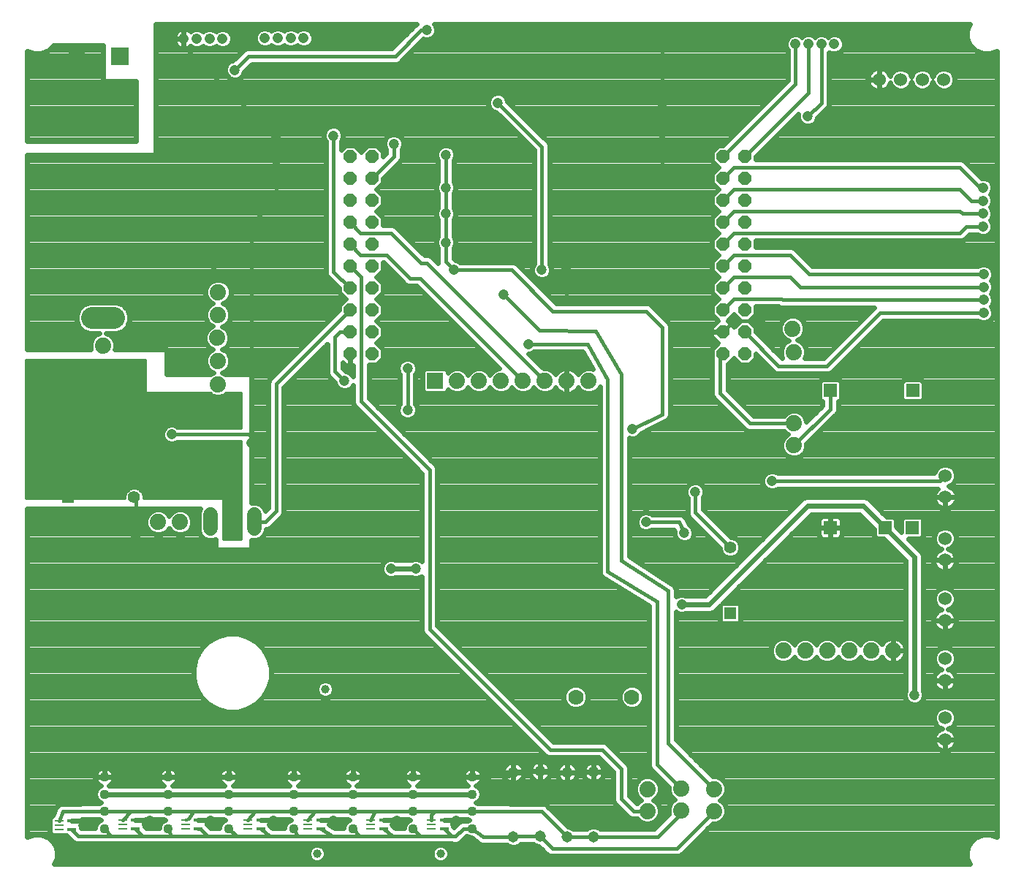
<source format=gbl>
G75*
%MOIN*%
%OFA0B0*%
%FSLAX25Y25*%
%IPPOS*%
%LPD*%
%AMOC8*
5,1,8,0,0,1.08239X$1,22.5*
%
%ADD10R,0.05543X0.05543*%
%ADD11C,0.05543*%
%ADD12C,0.06024*%
%ADD13C,0.06600*%
%ADD14C,0.04756*%
%ADD15R,0.08000X0.08000*%
%ADD16C,0.08000*%
%ADD17C,0.07400*%
%ADD18OC8,0.06024*%
%ADD19C,0.05150*%
%ADD20R,0.06024X0.06024*%
%ADD21C,0.10000*%
%ADD22C,0.04362*%
%ADD23C,0.07000*%
%ADD24R,0.04400X0.01000*%
%ADD25R,0.04400X0.01200*%
%ADD26R,0.07400X0.07400*%
%ADD27C,0.04750*%
%ADD28C,0.02400*%
%ADD29C,0.01600*%
%ADD30C,0.01200*%
%ADD31C,0.03962*%
D10*
X0025039Y0173587D03*
X0326921Y0120640D03*
D11*
X0326921Y0150640D03*
X0055039Y0173587D03*
D12*
X0394750Y0364125D03*
X0404593Y0364125D03*
X0414435Y0364125D03*
X0424278Y0364125D03*
X0425000Y0183500D03*
X0425000Y0173657D03*
X0424750Y0154750D03*
X0424750Y0144907D03*
X0424750Y0127250D03*
X0424750Y0117407D03*
X0424802Y0099959D03*
X0424802Y0090116D03*
X0424875Y0072875D03*
X0424875Y0063032D03*
D13*
X0109750Y0159200D02*
X0109750Y0165800D01*
X0099750Y0165800D02*
X0099750Y0159200D01*
X0089750Y0159200D02*
X0089750Y0165800D01*
D14*
X0089453Y0382750D03*
X0095358Y0382750D03*
X0083547Y0382750D03*
X0077642Y0382750D03*
X0114642Y0383000D03*
X0120547Y0383000D03*
X0126453Y0383000D03*
X0132358Y0383000D03*
X0356642Y0380250D03*
X0362547Y0380250D03*
X0368453Y0380250D03*
X0374358Y0380250D03*
X0442250Y0314733D03*
X0442250Y0308828D03*
X0442250Y0302922D03*
X0442250Y0297017D03*
X0442500Y0275358D03*
X0442500Y0269453D03*
X0442500Y0263547D03*
X0442500Y0257642D03*
D15*
X0048500Y0374750D03*
D16*
X0028815Y0374750D03*
D17*
X0093375Y0267125D03*
X0093250Y0256750D03*
X0093000Y0246250D03*
X0093250Y0235750D03*
X0093250Y0225000D03*
X0040813Y0232750D03*
X0040813Y0242750D03*
X0066000Y0162250D03*
X0076000Y0162250D03*
X0202378Y0226600D03*
X0212378Y0226600D03*
X0222378Y0226600D03*
X0232378Y0226600D03*
X0242378Y0226600D03*
X0252378Y0226600D03*
X0262378Y0226600D03*
X0355250Y0250500D03*
X0355750Y0239750D03*
X0356000Y0207250D03*
X0356000Y0197250D03*
X0351125Y0103625D03*
X0361125Y0103625D03*
X0371125Y0103625D03*
X0381125Y0103625D03*
X0391125Y0103625D03*
X0401125Y0103625D03*
X0319500Y0040500D03*
X0319500Y0030500D03*
X0304500Y0030750D03*
X0304500Y0040750D03*
X0289125Y0040500D03*
X0289125Y0030500D03*
D18*
X0323500Y0239000D03*
X0323500Y0249000D03*
X0323500Y0259000D03*
X0323500Y0269000D03*
X0323500Y0279000D03*
X0323500Y0289000D03*
X0323500Y0299000D03*
X0323500Y0309000D03*
X0323500Y0319000D03*
X0323500Y0329000D03*
X0333500Y0329000D03*
X0333500Y0319000D03*
X0333500Y0309000D03*
X0333500Y0299000D03*
X0333500Y0289000D03*
X0333500Y0279000D03*
X0333500Y0269000D03*
X0333500Y0259000D03*
X0333500Y0249000D03*
X0333500Y0239000D03*
X0163500Y0239000D03*
X0163500Y0249000D03*
X0153500Y0249000D03*
X0153500Y0239000D03*
X0153500Y0259000D03*
X0153500Y0269000D03*
X0163500Y0269000D03*
X0163500Y0259000D03*
X0163500Y0279000D03*
X0163500Y0289000D03*
X0153500Y0289000D03*
X0153500Y0279000D03*
X0153500Y0299000D03*
X0153500Y0309000D03*
X0163500Y0309000D03*
X0163500Y0299000D03*
X0163500Y0319000D03*
X0163500Y0329000D03*
X0153500Y0329000D03*
X0153500Y0319000D03*
D19*
X0228000Y0048153D03*
X0240175Y0048575D03*
X0252500Y0048153D03*
X0264550Y0048300D03*
X0264550Y0018772D03*
X0252500Y0018625D03*
X0240175Y0019047D03*
X0228000Y0018625D03*
D20*
X0372553Y0159731D03*
X0397514Y0159731D03*
X0410033Y0159731D03*
X0410053Y0222251D03*
X0372553Y0222251D03*
D21*
X0045813Y0255326D02*
X0035813Y0255326D01*
X0035813Y0343926D02*
X0045813Y0343926D01*
D22*
X0041465Y0046060D03*
X0041465Y0038186D03*
X0041465Y0030312D03*
X0041465Y0022438D03*
X0070590Y0022438D03*
X0070590Y0030312D03*
X0070590Y0038186D03*
X0070590Y0046060D03*
X0098090Y0046060D03*
X0098090Y0038186D03*
X0098090Y0030312D03*
X0098090Y0022438D03*
X0127840Y0022438D03*
X0127840Y0030312D03*
X0127840Y0038186D03*
X0127840Y0046060D03*
X0154715Y0046060D03*
X0154715Y0038186D03*
X0154715Y0030312D03*
X0154715Y0022438D03*
X0182340Y0022438D03*
X0182340Y0030312D03*
X0182340Y0038186D03*
X0182340Y0046060D03*
X0209340Y0046060D03*
X0209340Y0038186D03*
X0209340Y0030312D03*
X0209340Y0022438D03*
D23*
X0256455Y0082500D03*
X0282045Y0082500D03*
D24*
X0190600Y0026500D03*
X0190600Y0024500D03*
X0190600Y0022500D03*
X0162975Y0022500D03*
X0162975Y0024500D03*
X0162975Y0026500D03*
X0134350Y0026500D03*
X0134350Y0024500D03*
X0134350Y0022500D03*
X0106975Y0022500D03*
X0106975Y0024500D03*
X0106975Y0026500D03*
X0078475Y0026500D03*
X0078475Y0024500D03*
X0078475Y0022500D03*
X0049850Y0022500D03*
X0049850Y0024500D03*
X0049850Y0026500D03*
X0020850Y0026000D03*
X0020850Y0024000D03*
X0020850Y0022000D03*
D25*
X0026650Y0022000D03*
X0026650Y0026000D03*
X0055650Y0026500D03*
X0055650Y0022500D03*
X0084275Y0022500D03*
X0084275Y0026500D03*
X0112775Y0026500D03*
X0112775Y0022500D03*
X0140150Y0022500D03*
X0140150Y0026500D03*
X0168775Y0026500D03*
X0168775Y0022500D03*
X0196400Y0022500D03*
X0196400Y0026500D03*
D26*
X0192378Y0226600D03*
D27*
X0179750Y0232250D03*
X0179750Y0213500D03*
X0151000Y0226625D03*
X0108500Y0198500D03*
X0072250Y0202250D03*
X0056000Y0156000D03*
X0172250Y0141000D03*
X0183500Y0141000D03*
X0282250Y0204750D03*
X0311000Y0176000D03*
X0306000Y0157250D03*
X0288500Y0162250D03*
X0304750Y0124750D03*
X0346000Y0181000D03*
X0367250Y0257250D03*
X0296000Y0318500D03*
X0296000Y0336000D03*
X0296000Y0353500D03*
X0296000Y0371000D03*
X0296000Y0382250D03*
X0362250Y0347250D03*
X0252250Y0278500D03*
X0241000Y0277250D03*
X0252250Y0263500D03*
X0234750Y0243500D03*
X0223500Y0266000D03*
X0201000Y0277250D03*
X0197250Y0289750D03*
X0197250Y0302875D03*
X0197250Y0314750D03*
X0197250Y0329750D03*
X0173500Y0334750D03*
X0146000Y0338500D03*
X0119750Y0337250D03*
X0119750Y0327250D03*
X0119750Y0309750D03*
X0077250Y0270375D03*
X0101000Y0368500D03*
X0188500Y0386625D03*
X0221000Y0353500D03*
X0411000Y0083500D03*
X0201782Y0026000D03*
X0174750Y0026000D03*
X0146000Y0026000D03*
X0118500Y0026000D03*
X0089750Y0026000D03*
X0062250Y0026000D03*
X0033500Y0024750D03*
D28*
X0006200Y0018596D02*
X0006200Y0168500D01*
X0085132Y0168500D01*
X0084450Y0166854D01*
X0084450Y0158146D01*
X0085257Y0156198D01*
X0086748Y0154707D01*
X0088696Y0153900D01*
X0090804Y0153900D01*
X0092250Y0154499D01*
X0092250Y0149750D01*
X0108500Y0149750D01*
X0108500Y0153981D01*
X0108696Y0153900D01*
X0110804Y0153900D01*
X0112752Y0154707D01*
X0114243Y0156198D01*
X0115050Y0158146D01*
X0115050Y0158925D01*
X0115711Y0158925D01*
X0117025Y0159469D01*
X0118031Y0160475D01*
X0122781Y0165225D01*
X0123325Y0166539D01*
X0123325Y0223769D01*
X0143050Y0243495D01*
X0143050Y0230289D01*
X0143594Y0228975D01*
X0144600Y0227969D01*
X0146625Y0225944D01*
X0146625Y0225755D01*
X0147291Y0224147D01*
X0148522Y0222916D01*
X0150130Y0222250D01*
X0151870Y0222250D01*
X0153478Y0222916D01*
X0154709Y0224147D01*
X0154925Y0224669D01*
X0154925Y0216539D01*
X0155469Y0215225D01*
X0186175Y0184519D01*
X0186175Y0144512D01*
X0185978Y0144709D01*
X0184370Y0145375D01*
X0182630Y0145375D01*
X0181664Y0144975D01*
X0174086Y0144975D01*
X0173120Y0145375D01*
X0171380Y0145375D01*
X0169772Y0144709D01*
X0168541Y0143478D01*
X0167875Y0141870D01*
X0167875Y0140130D01*
X0168541Y0138522D01*
X0169772Y0137291D01*
X0171380Y0136625D01*
X0173120Y0136625D01*
X0174086Y0137025D01*
X0181664Y0137025D01*
X0182630Y0136625D01*
X0184370Y0136625D01*
X0185978Y0137291D01*
X0186175Y0137488D01*
X0186175Y0112789D01*
X0186719Y0111475D01*
X0241719Y0056475D01*
X0242725Y0055469D01*
X0244039Y0054925D01*
X0267019Y0054925D01*
X0273675Y0048269D01*
X0273675Y0035289D01*
X0274219Y0033975D01*
X0275225Y0032969D01*
X0280725Y0027469D01*
X0282039Y0026925D01*
X0284639Y0026925D01*
X0285896Y0025668D01*
X0287991Y0024800D01*
X0290259Y0024800D01*
X0292354Y0025668D01*
X0293957Y0027271D01*
X0294825Y0029366D01*
X0294825Y0031634D01*
X0293957Y0033729D01*
X0292354Y0035332D01*
X0291949Y0035500D01*
X0292354Y0035668D01*
X0293957Y0037271D01*
X0294825Y0039366D01*
X0294825Y0041634D01*
X0293957Y0043729D01*
X0292354Y0045332D01*
X0290259Y0046200D01*
X0287991Y0046200D01*
X0285896Y0045332D01*
X0284293Y0043729D01*
X0283425Y0041634D01*
X0283425Y0039366D01*
X0284293Y0037271D01*
X0285896Y0035668D01*
X0286301Y0035500D01*
X0285896Y0035332D01*
X0284639Y0034075D01*
X0284231Y0034075D01*
X0280825Y0037481D01*
X0280825Y0050461D01*
X0280281Y0051775D01*
X0270525Y0061531D01*
X0269211Y0062075D01*
X0246231Y0062075D01*
X0193325Y0114981D01*
X0193325Y0186711D01*
X0192781Y0188025D01*
X0191775Y0189031D01*
X0162075Y0218731D01*
X0162075Y0233988D01*
X0165576Y0233988D01*
X0168512Y0236924D01*
X0168512Y0241076D01*
X0165588Y0244000D01*
X0168512Y0246924D01*
X0168512Y0251076D01*
X0165588Y0254000D01*
X0168512Y0256924D01*
X0168512Y0261076D01*
X0165588Y0264000D01*
X0168512Y0266924D01*
X0168512Y0271076D01*
X0165588Y0274000D01*
X0168512Y0276924D01*
X0168512Y0280550D01*
X0168894Y0280550D01*
X0177969Y0271475D01*
X0178975Y0270469D01*
X0180289Y0269925D01*
X0183998Y0269925D01*
X0221622Y0232300D01*
X0221244Y0232300D01*
X0219149Y0231433D01*
X0217546Y0229829D01*
X0217378Y0229424D01*
X0217210Y0229829D01*
X0215607Y0231433D01*
X0213512Y0232300D01*
X0211244Y0232300D01*
X0209149Y0231433D01*
X0207546Y0229829D01*
X0207378Y0229424D01*
X0207210Y0229829D01*
X0205607Y0231433D01*
X0203512Y0232300D01*
X0201244Y0232300D01*
X0199149Y0231433D01*
X0198078Y0230361D01*
X0198078Y0231129D01*
X0196906Y0232300D01*
X0187850Y0232300D01*
X0186678Y0231129D01*
X0186678Y0222072D01*
X0187850Y0220900D01*
X0196906Y0220900D01*
X0198078Y0222072D01*
X0198078Y0222839D01*
X0199149Y0221768D01*
X0201244Y0220900D01*
X0203512Y0220900D01*
X0205607Y0221768D01*
X0207210Y0223372D01*
X0207378Y0223777D01*
X0207546Y0223372D01*
X0209149Y0221768D01*
X0211244Y0220900D01*
X0213512Y0220900D01*
X0215607Y0221768D01*
X0217210Y0223372D01*
X0217378Y0223777D01*
X0217546Y0223372D01*
X0219149Y0221768D01*
X0221244Y0220900D01*
X0223512Y0220900D01*
X0225607Y0221768D01*
X0227210Y0223372D01*
X0227378Y0223777D01*
X0227546Y0223372D01*
X0229149Y0221768D01*
X0231244Y0220900D01*
X0233512Y0220900D01*
X0235607Y0221768D01*
X0237210Y0223372D01*
X0237378Y0223777D01*
X0237546Y0223372D01*
X0239149Y0221768D01*
X0241244Y0220900D01*
X0243512Y0220900D01*
X0245607Y0221768D01*
X0247210Y0223372D01*
X0247296Y0223579D01*
X0247332Y0223508D01*
X0247878Y0222757D01*
X0248534Y0222100D01*
X0249286Y0221554D01*
X0250113Y0221133D01*
X0250996Y0220846D01*
X0251914Y0220700D01*
X0252378Y0220700D01*
X0252842Y0220700D01*
X0253760Y0220846D01*
X0254643Y0221133D01*
X0255470Y0221554D01*
X0256222Y0222100D01*
X0256878Y0222757D01*
X0257424Y0223508D01*
X0257460Y0223579D01*
X0257546Y0223372D01*
X0259149Y0221768D01*
X0261244Y0220900D01*
X0263512Y0220900D01*
X0265607Y0221768D01*
X0267210Y0223372D01*
X0267425Y0223891D01*
X0267425Y0140029D01*
X0267358Y0139602D01*
X0267425Y0139325D01*
X0267425Y0139039D01*
X0267591Y0138640D01*
X0267692Y0138220D01*
X0267860Y0137989D01*
X0267969Y0137725D01*
X0268275Y0137420D01*
X0268529Y0137070D01*
X0268773Y0136921D01*
X0268975Y0136719D01*
X0269374Y0136554D01*
X0289925Y0123995D01*
X0289925Y0051039D01*
X0290469Y0049725D01*
X0298800Y0041394D01*
X0298800Y0039616D01*
X0299668Y0037521D01*
X0301271Y0035918D01*
X0301676Y0035750D01*
X0301271Y0035582D01*
X0299668Y0033979D01*
X0298800Y0031884D01*
X0298800Y0029616D01*
X0299023Y0029078D01*
X0292292Y0022347D01*
X0267445Y0022347D01*
X0267141Y0022651D01*
X0265460Y0023347D01*
X0263640Y0023347D01*
X0261959Y0022651D01*
X0261508Y0022200D01*
X0255395Y0022200D01*
X0255091Y0022503D01*
X0253410Y0023200D01*
X0252981Y0023200D01*
X0243403Y0032778D01*
X0242903Y0033280D01*
X0242899Y0033281D01*
X0242897Y0033284D01*
X0242241Y0033555D01*
X0241590Y0033826D01*
X0241586Y0033826D01*
X0241583Y0033828D01*
X0240874Y0033828D01*
X0211645Y0033882D01*
X0210761Y0034249D01*
X0211708Y0034641D01*
X0212884Y0035818D01*
X0213521Y0037354D01*
X0213521Y0039018D01*
X0212884Y0040554D01*
X0211708Y0041731D01*
X0211038Y0042008D01*
X0211636Y0042313D01*
X0212194Y0042718D01*
X0212681Y0043206D01*
X0213087Y0043764D01*
X0213400Y0044378D01*
X0213613Y0045034D01*
X0213721Y0045715D01*
X0213721Y0046060D01*
X0213721Y0046405D01*
X0213613Y0047086D01*
X0213400Y0047742D01*
X0213087Y0048356D01*
X0212681Y0048914D01*
X0212194Y0049402D01*
X0211636Y0049807D01*
X0211021Y0050120D01*
X0210365Y0050333D01*
X0209684Y0050441D01*
X0209340Y0050441D01*
X0209340Y0046060D01*
X0213721Y0046060D01*
X0209340Y0046060D01*
X0209340Y0046060D01*
X0209339Y0046060D01*
X0204958Y0046060D01*
X0204958Y0045715D01*
X0205066Y0045034D01*
X0205279Y0044378D01*
X0205593Y0043764D01*
X0205998Y0043206D01*
X0206485Y0042718D01*
X0207043Y0042313D01*
X0207342Y0042161D01*
X0184337Y0042161D01*
X0184636Y0042313D01*
X0185194Y0042718D01*
X0185681Y0043206D01*
X0186087Y0043764D01*
X0186400Y0044378D01*
X0186613Y0045034D01*
X0186721Y0045715D01*
X0186721Y0046060D01*
X0186721Y0046405D01*
X0186613Y0047086D01*
X0186400Y0047742D01*
X0186087Y0048356D01*
X0185681Y0048914D01*
X0185194Y0049402D01*
X0184636Y0049807D01*
X0184021Y0050120D01*
X0183365Y0050333D01*
X0182684Y0050441D01*
X0182340Y0050441D01*
X0182340Y0046060D01*
X0186721Y0046060D01*
X0182340Y0046060D01*
X0182340Y0046060D01*
X0182339Y0046060D01*
X0177958Y0046060D01*
X0177958Y0045715D01*
X0178066Y0045034D01*
X0178279Y0044378D01*
X0178593Y0043764D01*
X0178998Y0043206D01*
X0179485Y0042718D01*
X0180043Y0042313D01*
X0180342Y0042161D01*
X0156712Y0042161D01*
X0157011Y0042313D01*
X0157569Y0042718D01*
X0158056Y0043206D01*
X0158462Y0043764D01*
X0158775Y0044378D01*
X0158988Y0045034D01*
X0159096Y0045715D01*
X0159096Y0046060D01*
X0159096Y0046405D01*
X0158988Y0047086D01*
X0158775Y0047742D01*
X0158462Y0048356D01*
X0158056Y0048914D01*
X0157569Y0049402D01*
X0157011Y0049807D01*
X0156396Y0050120D01*
X0155740Y0050333D01*
X0155059Y0050441D01*
X0154715Y0050441D01*
X0154715Y0046060D01*
X0159096Y0046060D01*
X0154715Y0046060D01*
X0154715Y0046060D01*
X0154714Y0046060D01*
X0150333Y0046060D01*
X0150333Y0045715D01*
X0150441Y0045034D01*
X0150654Y0044378D01*
X0150968Y0043764D01*
X0151373Y0043206D01*
X0151860Y0042718D01*
X0152418Y0042313D01*
X0152717Y0042161D01*
X0129837Y0042161D01*
X0130136Y0042313D01*
X0130694Y0042718D01*
X0131181Y0043206D01*
X0131587Y0043764D01*
X0131900Y0044378D01*
X0132113Y0045034D01*
X0132221Y0045715D01*
X0132221Y0046060D01*
X0132221Y0046405D01*
X0132113Y0047086D01*
X0131900Y0047742D01*
X0131587Y0048356D01*
X0131181Y0048914D01*
X0130694Y0049402D01*
X0130136Y0049807D01*
X0129521Y0050120D01*
X0128865Y0050333D01*
X0128184Y0050441D01*
X0127840Y0050441D01*
X0127840Y0046060D01*
X0132221Y0046060D01*
X0127840Y0046060D01*
X0127840Y0046060D01*
X0127839Y0046060D01*
X0123458Y0046060D01*
X0123458Y0045715D01*
X0123566Y0045034D01*
X0123779Y0044378D01*
X0124093Y0043764D01*
X0124498Y0043206D01*
X0124985Y0042718D01*
X0125543Y0042313D01*
X0125842Y0042161D01*
X0100087Y0042161D01*
X0100386Y0042313D01*
X0100944Y0042718D01*
X0101431Y0043206D01*
X0101837Y0043764D01*
X0102150Y0044378D01*
X0102363Y0045034D01*
X0102471Y0045715D01*
X0102471Y0046060D01*
X0102471Y0046405D01*
X0102363Y0047086D01*
X0102150Y0047742D01*
X0101837Y0048356D01*
X0101431Y0048914D01*
X0100944Y0049402D01*
X0100386Y0049807D01*
X0099771Y0050120D01*
X0099115Y0050333D01*
X0098434Y0050441D01*
X0098090Y0050441D01*
X0098090Y0046060D01*
X0102471Y0046060D01*
X0098090Y0046060D01*
X0098090Y0046060D01*
X0098089Y0046060D01*
X0093708Y0046060D01*
X0093708Y0045715D01*
X0093816Y0045034D01*
X0094029Y0044378D01*
X0094343Y0043764D01*
X0094748Y0043206D01*
X0095235Y0042718D01*
X0095793Y0042313D01*
X0096092Y0042161D01*
X0072587Y0042161D01*
X0072886Y0042313D01*
X0073444Y0042718D01*
X0073931Y0043206D01*
X0074337Y0043764D01*
X0074650Y0044378D01*
X0074863Y0045034D01*
X0074971Y0045715D01*
X0074971Y0046060D01*
X0074971Y0046405D01*
X0074863Y0047086D01*
X0074650Y0047742D01*
X0074337Y0048356D01*
X0073931Y0048914D01*
X0073444Y0049402D01*
X0072886Y0049807D01*
X0072271Y0050120D01*
X0071615Y0050333D01*
X0070934Y0050441D01*
X0070590Y0050441D01*
X0070590Y0046060D01*
X0074971Y0046060D01*
X0070590Y0046060D01*
X0070590Y0046060D01*
X0070589Y0046060D01*
X0066208Y0046060D01*
X0066208Y0045715D01*
X0066316Y0045034D01*
X0066529Y0044378D01*
X0066843Y0043764D01*
X0067248Y0043206D01*
X0067735Y0042718D01*
X0068293Y0042313D01*
X0068592Y0042161D01*
X0043462Y0042161D01*
X0043761Y0042313D01*
X0044319Y0042718D01*
X0044806Y0043206D01*
X0045212Y0043764D01*
X0045525Y0044378D01*
X0045738Y0045034D01*
X0045846Y0045715D01*
X0045846Y0046060D01*
X0045846Y0046405D01*
X0045738Y0047086D01*
X0045525Y0047742D01*
X0045212Y0048356D01*
X0044806Y0048914D01*
X0044319Y0049402D01*
X0043761Y0049807D01*
X0043146Y0050120D01*
X0042490Y0050333D01*
X0041809Y0050441D01*
X0041465Y0050441D01*
X0041465Y0046060D01*
X0045846Y0046060D01*
X0041465Y0046060D01*
X0041465Y0046060D01*
X0041464Y0046060D01*
X0037083Y0046060D01*
X0037083Y0045715D01*
X0037191Y0045034D01*
X0037404Y0044378D01*
X0037718Y0043764D01*
X0038123Y0043206D01*
X0038610Y0042718D01*
X0039168Y0042313D01*
X0039766Y0042008D01*
X0039096Y0041731D01*
X0037920Y0040554D01*
X0037283Y0039018D01*
X0037283Y0037354D01*
X0037920Y0035818D01*
X0039096Y0034641D01*
X0040044Y0034249D01*
X0039152Y0033880D01*
X0022589Y0033828D01*
X0021886Y0033827D01*
X0021883Y0033826D01*
X0021881Y0033826D01*
X0021225Y0033551D01*
X0020573Y0033280D01*
X0020571Y0033278D01*
X0020569Y0033277D01*
X0020071Y0032777D01*
X0019569Y0032273D01*
X0019568Y0032270D01*
X0019566Y0032268D01*
X0019298Y0031614D01*
X0018014Y0028500D01*
X0017822Y0028500D01*
X0016650Y0027328D01*
X0016650Y0020672D01*
X0017822Y0019500D01*
X0023522Y0019500D01*
X0023622Y0019400D01*
X0024194Y0019400D01*
X0027500Y0016094D01*
X0028814Y0015550D01*
X0044501Y0015550D01*
X0045151Y0015528D01*
X0045210Y0015550D01*
X0071740Y0015550D01*
X0072380Y0015525D01*
X0072449Y0015550D01*
X0101207Y0015550D01*
X0101308Y0015515D01*
X0101915Y0015550D01*
X0116220Y0015550D01*
X0116368Y0015503D01*
X0116926Y0015550D01*
X0129188Y0015550D01*
X0129393Y0015492D01*
X0129893Y0015550D01*
X0145080Y0015550D01*
X0145465Y0015481D01*
X0145784Y0015550D01*
X0157751Y0015550D01*
X0158401Y0015528D01*
X0158460Y0015550D01*
X0172220Y0015550D01*
X0172368Y0015503D01*
X0172926Y0015550D01*
X0185376Y0015550D01*
X0186026Y0015528D01*
X0186085Y0015550D01*
X0199641Y0015550D01*
X0200874Y0015475D01*
X0200978Y0015432D01*
X0201581Y0015432D01*
X0202182Y0015395D01*
X0202288Y0015432D01*
X0202400Y0015432D01*
X0202957Y0015663D01*
X0203526Y0015859D01*
X0203611Y0015933D01*
X0203714Y0015976D01*
X0204140Y0016402D01*
X0204591Y0016801D01*
X0204640Y0016902D01*
X0206614Y0018876D01*
X0207018Y0018874D01*
X0208508Y0018257D01*
X0208873Y0018257D01*
X0211809Y0015947D01*
X0212161Y0015594D01*
X0212363Y0015511D01*
X0212534Y0015376D01*
X0213014Y0015241D01*
X0213475Y0015050D01*
X0213693Y0015050D01*
X0213904Y0014991D01*
X0214399Y0015050D01*
X0225105Y0015050D01*
X0225409Y0014747D01*
X0227090Y0014050D01*
X0228910Y0014050D01*
X0230591Y0014747D01*
X0231317Y0015473D01*
X0237280Y0015473D01*
X0237584Y0015169D01*
X0239265Y0014473D01*
X0239694Y0014473D01*
X0243697Y0010469D01*
X0245011Y0009925D01*
X0303211Y0009925D01*
X0304525Y0010469D01*
X0318856Y0024800D01*
X0320634Y0024800D01*
X0322729Y0025668D01*
X0324332Y0027271D01*
X0325200Y0029366D01*
X0325200Y0031634D01*
X0324332Y0033729D01*
X0322729Y0035332D01*
X0322324Y0035500D01*
X0322729Y0035668D01*
X0324332Y0037271D01*
X0325200Y0039366D01*
X0325200Y0041634D01*
X0324332Y0043729D01*
X0322729Y0045332D01*
X0320634Y0046200D01*
X0318856Y0046200D01*
X0302075Y0062981D01*
X0302075Y0121238D01*
X0302272Y0121041D01*
X0303880Y0120375D01*
X0305620Y0120375D01*
X0306586Y0120775D01*
X0318041Y0120775D01*
X0319502Y0121380D01*
X0322150Y0124028D01*
X0322150Y0117040D01*
X0323321Y0115868D01*
X0330521Y0115868D01*
X0331693Y0117040D01*
X0331693Y0124240D01*
X0330521Y0125411D01*
X0323533Y0125411D01*
X0363896Y0165775D01*
X0385849Y0165775D01*
X0392502Y0159122D01*
X0392502Y0155891D01*
X0393674Y0154719D01*
X0396904Y0154719D01*
X0407025Y0144599D01*
X0407025Y0085336D01*
X0406625Y0084370D01*
X0406625Y0082630D01*
X0407291Y0081022D01*
X0408522Y0079791D01*
X0410130Y0079125D01*
X0411870Y0079125D01*
X0413478Y0079791D01*
X0414709Y0081022D01*
X0415375Y0082630D01*
X0415375Y0084370D01*
X0414975Y0085336D01*
X0414975Y0147036D01*
X0414370Y0148497D01*
X0408147Y0154719D01*
X0413874Y0154719D01*
X0415045Y0155891D01*
X0415045Y0163572D01*
X0413874Y0164743D01*
X0406193Y0164743D01*
X0405022Y0163572D01*
X0405022Y0157845D01*
X0402526Y0160341D01*
X0402526Y0163572D01*
X0401354Y0164743D01*
X0398123Y0164743D01*
X0389747Y0173120D01*
X0388286Y0173725D01*
X0361459Y0173725D01*
X0359998Y0173120D01*
X0358880Y0172002D01*
X0315604Y0128725D01*
X0306586Y0128725D01*
X0305620Y0129125D01*
X0303880Y0129125D01*
X0302272Y0128459D01*
X0302075Y0128262D01*
X0302075Y0130675D01*
X0302144Y0131054D01*
X0302075Y0131379D01*
X0302075Y0131711D01*
X0301927Y0132067D01*
X0301846Y0132444D01*
X0301658Y0132718D01*
X0301531Y0133025D01*
X0301258Y0133298D01*
X0301039Y0133615D01*
X0300760Y0133796D01*
X0300525Y0134031D01*
X0300169Y0134178D01*
X0280825Y0146695D01*
X0280825Y0200605D01*
X0281380Y0200375D01*
X0283120Y0200375D01*
X0284728Y0201041D01*
X0285959Y0202272D01*
X0286127Y0202677D01*
X0297340Y0208212D01*
X0297857Y0208413D01*
X0297973Y0208525D01*
X0298118Y0208596D01*
X0298483Y0209013D01*
X0298884Y0209397D01*
X0298949Y0209545D01*
X0299055Y0209666D01*
X0299233Y0210191D01*
X0299456Y0210699D01*
X0299460Y0210860D01*
X0299511Y0211013D01*
X0299475Y0211566D01*
X0299559Y0215477D01*
X0299575Y0215514D01*
X0299575Y0216187D01*
X0299589Y0216859D01*
X0299575Y0216896D01*
X0299575Y0251711D01*
X0299031Y0253025D01*
X0298025Y0254031D01*
X0290525Y0261531D01*
X0289211Y0262075D01*
X0247481Y0262075D01*
X0229275Y0280281D01*
X0227961Y0280825D01*
X0203612Y0280825D01*
X0203478Y0280959D01*
X0201870Y0281625D01*
X0201681Y0281625D01*
X0200825Y0282481D01*
X0200825Y0287138D01*
X0200959Y0287272D01*
X0201625Y0288880D01*
X0201625Y0290620D01*
X0200959Y0292228D01*
X0200825Y0292362D01*
X0200825Y0300263D01*
X0200959Y0300397D01*
X0201625Y0302005D01*
X0201625Y0303745D01*
X0200959Y0305353D01*
X0200825Y0305487D01*
X0200825Y0312138D01*
X0200959Y0312272D01*
X0201625Y0313880D01*
X0201625Y0315620D01*
X0200959Y0317228D01*
X0200825Y0317362D01*
X0200825Y0327138D01*
X0200959Y0327272D01*
X0201625Y0328880D01*
X0201625Y0330620D01*
X0200959Y0332228D01*
X0199728Y0333459D01*
X0198120Y0334125D01*
X0196380Y0334125D01*
X0194772Y0333459D01*
X0193541Y0332228D01*
X0192875Y0330620D01*
X0192875Y0328880D01*
X0193541Y0327272D01*
X0193675Y0327138D01*
X0193675Y0317362D01*
X0193541Y0317228D01*
X0192875Y0315620D01*
X0192875Y0313880D01*
X0193541Y0312272D01*
X0193675Y0312138D01*
X0193675Y0305487D01*
X0193541Y0305353D01*
X0192875Y0303745D01*
X0192875Y0302005D01*
X0193541Y0300397D01*
X0193675Y0300263D01*
X0193675Y0292362D01*
X0193541Y0292228D01*
X0192875Y0290620D01*
X0192875Y0288880D01*
X0193541Y0287272D01*
X0193675Y0287138D01*
X0193675Y0280359D01*
X0191634Y0282400D01*
X0190628Y0283406D01*
X0189314Y0283950D01*
X0187481Y0283950D01*
X0174275Y0297156D01*
X0172961Y0297700D01*
X0168512Y0297700D01*
X0168512Y0301076D01*
X0165588Y0304000D01*
X0168512Y0306924D01*
X0168512Y0311076D01*
X0165588Y0314000D01*
X0168512Y0316924D01*
X0168512Y0318956D01*
X0176531Y0326975D01*
X0177075Y0328289D01*
X0177075Y0332138D01*
X0177209Y0332272D01*
X0177875Y0333880D01*
X0177875Y0335620D01*
X0177209Y0337228D01*
X0175978Y0338459D01*
X0174370Y0339125D01*
X0172630Y0339125D01*
X0171022Y0338459D01*
X0169791Y0337228D01*
X0169125Y0335620D01*
X0169125Y0333880D01*
X0169791Y0332272D01*
X0169925Y0332138D01*
X0169925Y0330481D01*
X0168512Y0329067D01*
X0168512Y0331076D01*
X0165576Y0334012D01*
X0161424Y0334012D01*
X0158500Y0331088D01*
X0155576Y0334012D01*
X0151424Y0334012D01*
X0149575Y0332163D01*
X0149575Y0335888D01*
X0149709Y0336022D01*
X0150375Y0337630D01*
X0150375Y0339370D01*
X0149709Y0340978D01*
X0148478Y0342209D01*
X0146870Y0342875D01*
X0145130Y0342875D01*
X0143522Y0342209D01*
X0142291Y0340978D01*
X0141625Y0339370D01*
X0141625Y0337630D01*
X0142291Y0336022D01*
X0142425Y0335888D01*
X0142425Y0275789D01*
X0142969Y0274475D01*
X0148488Y0268956D01*
X0148488Y0266924D01*
X0151412Y0264000D01*
X0148488Y0261076D01*
X0148488Y0259044D01*
X0117725Y0228281D01*
X0116719Y0227275D01*
X0116175Y0225961D01*
X0116175Y0168731D01*
X0114830Y0167385D01*
X0114243Y0168802D01*
X0112752Y0170293D01*
X0110804Y0171100D01*
X0108696Y0171100D01*
X0108500Y0171019D01*
X0108500Y0229750D01*
X0096561Y0229750D01*
X0096479Y0229832D01*
X0095168Y0230375D01*
X0096479Y0230918D01*
X0098082Y0232521D01*
X0098950Y0234616D01*
X0098950Y0236884D01*
X0098082Y0238979D01*
X0096479Y0240582D01*
X0095345Y0241052D01*
X0096229Y0241418D01*
X0097832Y0243021D01*
X0098700Y0245116D01*
X0098700Y0247384D01*
X0097832Y0249479D01*
X0096229Y0251082D01*
X0095345Y0251448D01*
X0096479Y0251918D01*
X0098082Y0253521D01*
X0098950Y0255616D01*
X0098950Y0257884D01*
X0098082Y0259979D01*
X0096479Y0261582D01*
X0095684Y0261912D01*
X0096604Y0262293D01*
X0098207Y0263896D01*
X0099075Y0265991D01*
X0099075Y0268259D01*
X0098207Y0270354D01*
X0096604Y0271957D01*
X0094509Y0272825D01*
X0092241Y0272825D01*
X0090146Y0271957D01*
X0088543Y0270354D01*
X0087675Y0268259D01*
X0087675Y0265991D01*
X0088543Y0263896D01*
X0090146Y0262293D01*
X0090941Y0261963D01*
X0090021Y0261582D01*
X0088418Y0259979D01*
X0087550Y0257884D01*
X0087550Y0255616D01*
X0088418Y0253521D01*
X0090021Y0251918D01*
X0090905Y0251552D01*
X0089771Y0251082D01*
X0088168Y0249479D01*
X0087300Y0247384D01*
X0087300Y0245116D01*
X0088168Y0243021D01*
X0089771Y0241418D01*
X0090905Y0240948D01*
X0090021Y0240582D01*
X0088418Y0238979D01*
X0087550Y0236884D01*
X0087550Y0234616D01*
X0088418Y0232521D01*
X0090021Y0230918D01*
X0091332Y0230375D01*
X0090021Y0229832D01*
X0089939Y0229750D01*
X0069750Y0229750D01*
X0069750Y0241000D01*
X0046258Y0241000D01*
X0046513Y0241616D01*
X0046513Y0243884D01*
X0045645Y0245979D01*
X0044042Y0247582D01*
X0042246Y0248326D01*
X0047205Y0248326D01*
X0049778Y0249392D01*
X0051747Y0251361D01*
X0052813Y0253934D01*
X0052813Y0256718D01*
X0051747Y0259291D01*
X0049778Y0261260D01*
X0047205Y0262326D01*
X0034421Y0262326D01*
X0031848Y0261260D01*
X0029879Y0259291D01*
X0028813Y0256718D01*
X0028813Y0253934D01*
X0029879Y0251361D01*
X0031848Y0249392D01*
X0034421Y0248326D01*
X0039380Y0248326D01*
X0037584Y0247582D01*
X0035981Y0245979D01*
X0035113Y0243884D01*
X0035113Y0241616D01*
X0035368Y0241000D01*
X0006200Y0241000D01*
X0006200Y0329750D01*
X0064750Y0329750D01*
X0064750Y0389501D01*
X0183820Y0389501D01*
X0182969Y0388650D01*
X0172644Y0378325D01*
X0106539Y0378325D01*
X0105225Y0377781D01*
X0104219Y0376775D01*
X0100319Y0372875D01*
X0100130Y0372875D01*
X0098522Y0372209D01*
X0097291Y0370978D01*
X0096625Y0369370D01*
X0096625Y0367630D01*
X0097291Y0366022D01*
X0098522Y0364791D01*
X0100130Y0364125D01*
X0101870Y0364125D01*
X0103478Y0364791D01*
X0104709Y0366022D01*
X0105375Y0367630D01*
X0105375Y0367819D01*
X0108731Y0371175D01*
X0174836Y0371175D01*
X0176150Y0371719D01*
X0186959Y0382528D01*
X0187630Y0382250D01*
X0189370Y0382250D01*
X0190978Y0382916D01*
X0192209Y0384147D01*
X0192875Y0385755D01*
X0192875Y0387495D01*
X0192209Y0389103D01*
X0191811Y0389501D01*
X0436160Y0389501D01*
X0434973Y0386637D01*
X0434973Y0383080D01*
X0436334Y0379794D01*
X0438849Y0377279D01*
X0442135Y0375918D01*
X0445692Y0375918D01*
X0448500Y0377081D01*
X0448500Y0018619D01*
X0445692Y0019783D01*
X0442135Y0019783D01*
X0438849Y0018422D01*
X0436334Y0015907D01*
X0434973Y0012621D01*
X0434973Y0009064D01*
X0436160Y0006200D01*
X0018596Y0006200D01*
X0019783Y0009064D01*
X0019783Y0012621D01*
X0018422Y0015907D01*
X0015907Y0018422D01*
X0012621Y0019783D01*
X0009064Y0019783D01*
X0006200Y0018596D01*
X0006200Y0020188D02*
X0017133Y0020188D01*
X0016650Y0022587D02*
X0006200Y0022587D01*
X0006200Y0024985D02*
X0016650Y0024985D01*
X0016705Y0027384D02*
X0006200Y0027384D01*
X0006200Y0029782D02*
X0018542Y0029782D01*
X0019530Y0032181D02*
X0006200Y0032181D01*
X0006200Y0034579D02*
X0039247Y0034579D01*
X0037439Y0036978D02*
X0006200Y0036978D01*
X0006200Y0039376D02*
X0037432Y0039376D01*
X0039203Y0041775D02*
X0006200Y0041775D01*
X0006200Y0044173D02*
X0037509Y0044173D01*
X0037083Y0046060D02*
X0041464Y0046060D01*
X0041464Y0046060D01*
X0041464Y0050441D01*
X0041120Y0050441D01*
X0040439Y0050333D01*
X0039783Y0050120D01*
X0039168Y0049807D01*
X0038610Y0049402D01*
X0038123Y0048914D01*
X0037718Y0048356D01*
X0037404Y0047742D01*
X0037191Y0047086D01*
X0037083Y0046405D01*
X0037083Y0046060D01*
X0037110Y0046572D02*
X0006200Y0046572D01*
X0006200Y0048970D02*
X0038179Y0048970D01*
X0041464Y0048970D02*
X0041465Y0048970D01*
X0041464Y0046572D02*
X0041465Y0046572D01*
X0041465Y0046060D02*
X0070590Y0046060D01*
X0098090Y0046060D01*
X0127840Y0046060D01*
X0154715Y0046060D01*
X0182340Y0046060D01*
X0209340Y0046060D01*
X0209339Y0046060D02*
X0209339Y0050441D01*
X0208995Y0050441D01*
X0208314Y0050333D01*
X0207658Y0050120D01*
X0207043Y0049807D01*
X0206485Y0049402D01*
X0205998Y0048914D01*
X0205593Y0048356D01*
X0205279Y0047742D01*
X0205066Y0047086D01*
X0204958Y0046405D01*
X0204958Y0046060D01*
X0209339Y0046060D01*
X0209339Y0046060D01*
X0209339Y0046572D02*
X0209340Y0046572D01*
X0209339Y0048970D02*
X0209340Y0048970D01*
X0212625Y0048970D02*
X0223295Y0048970D01*
X0223343Y0049271D02*
X0223225Y0048528D01*
X0223225Y0048153D01*
X0228000Y0048153D01*
X0228000Y0052927D01*
X0228000Y0048153D01*
X0228000Y0048153D01*
X0228000Y0048152D01*
X0228000Y0043378D01*
X0228376Y0043378D01*
X0229118Y0043495D01*
X0229833Y0043728D01*
X0230503Y0044069D01*
X0231111Y0044511D01*
X0231642Y0045042D01*
X0232084Y0045650D01*
X0232425Y0046320D01*
X0232657Y0047034D01*
X0232775Y0047777D01*
X0232775Y0048152D01*
X0228000Y0048152D01*
X0228000Y0048152D01*
X0228000Y0043378D01*
X0227624Y0043378D01*
X0226882Y0043495D01*
X0226167Y0043728D01*
X0225497Y0044069D01*
X0224889Y0044511D01*
X0224358Y0045042D01*
X0223916Y0045650D01*
X0223575Y0046320D01*
X0223343Y0047034D01*
X0223225Y0047777D01*
X0223225Y0048152D01*
X0228000Y0048152D01*
X0228000Y0048153D01*
X0232775Y0048153D01*
X0232775Y0048528D01*
X0232657Y0049271D01*
X0232425Y0049985D01*
X0232084Y0050655D01*
X0231642Y0051263D01*
X0231111Y0051795D01*
X0230503Y0052236D01*
X0229833Y0052578D01*
X0229118Y0052810D01*
X0228376Y0052927D01*
X0228000Y0052927D01*
X0227624Y0052927D01*
X0226882Y0052810D01*
X0226167Y0052578D01*
X0225497Y0052236D01*
X0224889Y0051795D01*
X0224358Y0051263D01*
X0223916Y0050655D01*
X0223575Y0049985D01*
X0223343Y0049271D01*
X0224464Y0051369D02*
X0006200Y0051369D01*
X0006200Y0053767D02*
X0268177Y0053767D01*
X0267053Y0052384D02*
X0266383Y0052725D01*
X0265668Y0052957D01*
X0264926Y0053075D01*
X0264550Y0053075D01*
X0264174Y0053075D01*
X0263432Y0052957D01*
X0262717Y0052725D01*
X0262047Y0052384D01*
X0261439Y0051942D01*
X0260908Y0051411D01*
X0260466Y0050803D01*
X0260125Y0050133D01*
X0259893Y0049418D01*
X0259775Y0048676D01*
X0259775Y0048300D01*
X0264550Y0048300D01*
X0264550Y0048300D01*
X0264550Y0053075D01*
X0264550Y0048300D01*
X0269325Y0048300D01*
X0269325Y0048676D01*
X0269207Y0049418D01*
X0268975Y0050133D01*
X0268634Y0050803D01*
X0268192Y0051411D01*
X0267661Y0051942D01*
X0267053Y0052384D01*
X0268222Y0051369D02*
X0270576Y0051369D01*
X0269278Y0048970D02*
X0272974Y0048970D01*
X0273675Y0046572D02*
X0269009Y0046572D01*
X0268975Y0046467D02*
X0269207Y0047182D01*
X0269325Y0047924D01*
X0269325Y0048300D01*
X0264550Y0048300D01*
X0264550Y0048300D01*
X0264550Y0048300D01*
X0264550Y0043525D01*
X0264926Y0043525D01*
X0265668Y0043643D01*
X0266383Y0043875D01*
X0267053Y0044216D01*
X0267661Y0044658D01*
X0268192Y0045189D01*
X0268634Y0045797D01*
X0268975Y0046467D01*
X0266968Y0044173D02*
X0273675Y0044173D01*
X0273675Y0041775D02*
X0211601Y0041775D01*
X0213295Y0044173D02*
X0225354Y0044173D01*
X0228000Y0044173D02*
X0228000Y0044173D01*
X0228000Y0046572D02*
X0228000Y0046572D01*
X0228000Y0048970D02*
X0228000Y0048970D01*
X0228000Y0051369D02*
X0228000Y0051369D01*
X0231536Y0051369D02*
X0236303Y0051369D01*
X0236091Y0051078D02*
X0235750Y0050408D01*
X0235518Y0049693D01*
X0235400Y0048951D01*
X0235400Y0048575D01*
X0240175Y0048575D01*
X0240175Y0048575D01*
X0240175Y0053350D01*
X0239799Y0053350D01*
X0239057Y0053232D01*
X0238342Y0053000D01*
X0237672Y0052659D01*
X0237064Y0052217D01*
X0236533Y0051686D01*
X0236091Y0051078D01*
X0235403Y0048970D02*
X0232705Y0048970D01*
X0232507Y0046572D02*
X0235837Y0046572D01*
X0235750Y0046742D02*
X0236091Y0046072D01*
X0236533Y0045464D01*
X0237064Y0044933D01*
X0237672Y0044491D01*
X0238342Y0044150D01*
X0239057Y0043918D01*
X0239799Y0043800D01*
X0240175Y0043800D01*
X0240551Y0043800D01*
X0241293Y0043918D01*
X0242008Y0044150D01*
X0242678Y0044491D01*
X0243286Y0044933D01*
X0243817Y0045464D01*
X0244259Y0046072D01*
X0244600Y0046742D01*
X0244832Y0047457D01*
X0244950Y0048199D01*
X0244950Y0048575D01*
X0244950Y0048951D01*
X0244832Y0049693D01*
X0244600Y0050408D01*
X0244259Y0051078D01*
X0243817Y0051686D01*
X0243286Y0052217D01*
X0242678Y0052659D01*
X0242008Y0053000D01*
X0241293Y0053232D01*
X0240551Y0053350D01*
X0240175Y0053350D01*
X0240175Y0048575D01*
X0244950Y0048575D01*
X0240175Y0048575D01*
X0240175Y0048575D01*
X0240175Y0048575D01*
X0240175Y0043800D01*
X0240175Y0048575D01*
X0240175Y0048575D01*
X0235400Y0048575D01*
X0235400Y0048199D01*
X0235518Y0047457D01*
X0235750Y0046742D01*
X0238297Y0044173D02*
X0230646Y0044173D01*
X0223493Y0046572D02*
X0213694Y0046572D01*
X0206054Y0048970D02*
X0185625Y0048970D01*
X0186694Y0046572D02*
X0204985Y0046572D01*
X0205384Y0044173D02*
X0186295Y0044173D01*
X0182339Y0046060D02*
X0182339Y0046060D01*
X0177958Y0046060D01*
X0177958Y0046405D01*
X0178066Y0047086D01*
X0178279Y0047742D01*
X0178593Y0048356D01*
X0178998Y0048914D01*
X0179485Y0049402D01*
X0180043Y0049807D01*
X0180658Y0050120D01*
X0181314Y0050333D01*
X0181995Y0050441D01*
X0182339Y0050441D01*
X0182339Y0046060D01*
X0182339Y0046572D02*
X0182340Y0046572D01*
X0182339Y0048970D02*
X0182340Y0048970D01*
X0179054Y0048970D02*
X0158000Y0048970D01*
X0159069Y0046572D02*
X0177985Y0046572D01*
X0178384Y0044173D02*
X0158670Y0044173D01*
X0154714Y0046060D02*
X0154714Y0046060D01*
X0150333Y0046060D01*
X0150333Y0046405D01*
X0150441Y0047086D01*
X0150654Y0047742D01*
X0150968Y0048356D01*
X0151373Y0048914D01*
X0151860Y0049402D01*
X0152418Y0049807D01*
X0153033Y0050120D01*
X0153689Y0050333D01*
X0154370Y0050441D01*
X0154714Y0050441D01*
X0154714Y0046060D01*
X0154714Y0046572D02*
X0154715Y0046572D01*
X0154714Y0048970D02*
X0154715Y0048970D01*
X0151429Y0048970D02*
X0131125Y0048970D01*
X0132194Y0046572D02*
X0150360Y0046572D01*
X0150759Y0044173D02*
X0131795Y0044173D01*
X0127839Y0046060D02*
X0127839Y0046060D01*
X0123458Y0046060D01*
X0123458Y0046405D01*
X0123566Y0047086D01*
X0123779Y0047742D01*
X0124093Y0048356D01*
X0124498Y0048914D01*
X0124985Y0049402D01*
X0125543Y0049807D01*
X0126158Y0050120D01*
X0126814Y0050333D01*
X0127495Y0050441D01*
X0127839Y0050441D01*
X0127839Y0046060D01*
X0127839Y0046572D02*
X0127840Y0046572D01*
X0127839Y0048970D02*
X0127840Y0048970D01*
X0124554Y0048970D02*
X0101375Y0048970D01*
X0102444Y0046572D02*
X0123485Y0046572D01*
X0123884Y0044173D02*
X0102045Y0044173D01*
X0098089Y0046060D02*
X0098089Y0046060D01*
X0093708Y0046060D01*
X0093708Y0046405D01*
X0093816Y0047086D01*
X0094029Y0047742D01*
X0094343Y0048356D01*
X0094748Y0048914D01*
X0095235Y0049402D01*
X0095793Y0049807D01*
X0096408Y0050120D01*
X0097064Y0050333D01*
X0097745Y0050441D01*
X0098089Y0050441D01*
X0098089Y0046060D01*
X0098089Y0046572D02*
X0098090Y0046572D01*
X0098089Y0048970D02*
X0098090Y0048970D01*
X0094804Y0048970D02*
X0073875Y0048970D01*
X0074944Y0046572D02*
X0093735Y0046572D01*
X0094134Y0044173D02*
X0074545Y0044173D01*
X0070589Y0046060D02*
X0070589Y0046060D01*
X0066208Y0046060D01*
X0066208Y0046405D01*
X0066316Y0047086D01*
X0066529Y0047742D01*
X0066843Y0048356D01*
X0067248Y0048914D01*
X0067735Y0049402D01*
X0068293Y0049807D01*
X0068908Y0050120D01*
X0069564Y0050333D01*
X0070245Y0050441D01*
X0070589Y0050441D01*
X0070589Y0046060D01*
X0070589Y0046572D02*
X0070590Y0046572D01*
X0070589Y0048970D02*
X0070590Y0048970D01*
X0067304Y0048970D02*
X0044750Y0048970D01*
X0045819Y0046572D02*
X0066235Y0046572D01*
X0066634Y0044173D02*
X0045420Y0044173D01*
X0041465Y0038186D02*
X0070590Y0038186D01*
X0098090Y0038186D01*
X0127840Y0038186D01*
X0154715Y0038186D01*
X0182340Y0038186D01*
X0209340Y0038186D01*
X0213365Y0036978D02*
X0273675Y0036978D01*
X0273675Y0039376D02*
X0213372Y0039376D01*
X0211558Y0034579D02*
X0273969Y0034579D01*
X0276014Y0032181D02*
X0244000Y0032181D01*
X0246398Y0029782D02*
X0278412Y0029782D01*
X0280932Y0027384D02*
X0248797Y0027384D01*
X0251195Y0024985D02*
X0287544Y0024985D01*
X0290706Y0024985D02*
X0294930Y0024985D01*
X0294004Y0027384D02*
X0297328Y0027384D01*
X0298800Y0029782D02*
X0294825Y0029782D01*
X0294598Y0032181D02*
X0298923Y0032181D01*
X0300268Y0034579D02*
X0293107Y0034579D01*
X0293664Y0036978D02*
X0300211Y0036978D01*
X0298899Y0039376D02*
X0294825Y0039376D01*
X0294767Y0041775D02*
X0298420Y0041775D01*
X0296021Y0044173D02*
X0293513Y0044173D01*
X0293623Y0046572D02*
X0280825Y0046572D01*
X0280825Y0048970D02*
X0291224Y0048970D01*
X0289925Y0051369D02*
X0280449Y0051369D01*
X0278288Y0053767D02*
X0289925Y0053767D01*
X0289925Y0056166D02*
X0275890Y0056166D01*
X0273491Y0058564D02*
X0289925Y0058564D01*
X0289925Y0060963D02*
X0271093Y0060963D01*
X0264550Y0051369D02*
X0264550Y0051369D01*
X0264550Y0048970D02*
X0264550Y0048970D01*
X0264550Y0048300D02*
X0259775Y0048300D01*
X0259775Y0047924D01*
X0259893Y0047182D01*
X0260125Y0046467D01*
X0260466Y0045797D01*
X0260908Y0045189D01*
X0261439Y0044658D01*
X0262047Y0044216D01*
X0262717Y0043875D01*
X0263432Y0043643D01*
X0264174Y0043525D01*
X0264550Y0043525D01*
X0264550Y0048300D01*
X0264550Y0048300D01*
X0264550Y0046572D02*
X0264550Y0046572D01*
X0264550Y0044173D02*
X0264550Y0044173D01*
X0262132Y0044173D02*
X0255146Y0044173D01*
X0255003Y0044069D02*
X0255611Y0044511D01*
X0256142Y0045042D01*
X0256584Y0045650D01*
X0256925Y0046320D01*
X0257157Y0047034D01*
X0257275Y0047777D01*
X0257275Y0048152D01*
X0252500Y0048152D01*
X0252500Y0043378D01*
X0252876Y0043378D01*
X0253618Y0043495D01*
X0254333Y0043728D01*
X0255003Y0044069D01*
X0252500Y0044173D02*
X0252500Y0044173D01*
X0252500Y0043378D02*
X0252500Y0048152D01*
X0252500Y0048152D01*
X0247725Y0048152D01*
X0247725Y0047777D01*
X0247843Y0047034D01*
X0248075Y0046320D01*
X0248416Y0045650D01*
X0248858Y0045042D01*
X0249389Y0044511D01*
X0249997Y0044069D01*
X0250667Y0043728D01*
X0251382Y0043495D01*
X0252124Y0043378D01*
X0252500Y0043378D01*
X0249854Y0044173D02*
X0242053Y0044173D01*
X0240175Y0044173D02*
X0240175Y0044173D01*
X0240175Y0046572D02*
X0240175Y0046572D01*
X0240175Y0048970D02*
X0240175Y0048970D01*
X0240175Y0051369D02*
X0240175Y0051369D01*
X0244047Y0051369D02*
X0248964Y0051369D01*
X0248858Y0051263D02*
X0248416Y0050655D01*
X0248075Y0049985D01*
X0247843Y0049271D01*
X0247725Y0048528D01*
X0247725Y0048153D01*
X0252500Y0048153D01*
X0252500Y0052927D01*
X0252500Y0048153D01*
X0252500Y0048153D01*
X0252500Y0048152D01*
X0252500Y0048153D01*
X0257275Y0048153D01*
X0257275Y0048528D01*
X0257157Y0049271D01*
X0256925Y0049985D01*
X0256584Y0050655D01*
X0256142Y0051263D01*
X0255611Y0051795D01*
X0255003Y0052236D01*
X0254333Y0052578D01*
X0253618Y0052810D01*
X0252876Y0052927D01*
X0252500Y0052927D01*
X0252124Y0052927D01*
X0251382Y0052810D01*
X0250667Y0052578D01*
X0249997Y0052236D01*
X0249389Y0051795D01*
X0248858Y0051263D01*
X0247795Y0048970D02*
X0244947Y0048970D01*
X0244513Y0046572D02*
X0247993Y0046572D01*
X0252500Y0046572D02*
X0252500Y0046572D01*
X0252500Y0048970D02*
X0252500Y0048970D01*
X0252500Y0051369D02*
X0252500Y0051369D01*
X0256036Y0051369D02*
X0260878Y0051369D01*
X0259822Y0048970D02*
X0257205Y0048970D01*
X0257007Y0046572D02*
X0260091Y0046572D01*
X0242029Y0056166D02*
X0006200Y0056166D01*
X0006200Y0058564D02*
X0239630Y0058564D01*
X0237232Y0060963D02*
X0006200Y0060963D01*
X0006200Y0063361D02*
X0234833Y0063361D01*
X0232435Y0065760D02*
X0006200Y0065760D01*
X0006200Y0068158D02*
X0230036Y0068158D01*
X0227638Y0070557D02*
X0006200Y0070557D01*
X0006200Y0072955D02*
X0225239Y0072955D01*
X0222841Y0075354D02*
X0006200Y0075354D01*
X0006200Y0077752D02*
X0091626Y0077752D01*
X0092918Y0077006D02*
X0097420Y0075800D01*
X0102080Y0075800D01*
X0106582Y0077006D01*
X0110618Y0079336D01*
X0113914Y0082632D01*
X0116244Y0086668D01*
X0117450Y0091170D01*
X0117450Y0095830D01*
X0116244Y0100332D01*
X0113914Y0104368D01*
X0110618Y0107664D01*
X0106582Y0109994D01*
X0102080Y0111200D01*
X0097420Y0111200D01*
X0092918Y0109994D01*
X0088882Y0107664D01*
X0085586Y0104368D01*
X0083256Y0100332D01*
X0082050Y0095830D01*
X0082050Y0091170D01*
X0083256Y0086668D01*
X0085586Y0082632D01*
X0088882Y0079336D01*
X0092918Y0077006D01*
X0088068Y0080151D02*
X0006200Y0080151D01*
X0006200Y0082549D02*
X0085669Y0082549D01*
X0084249Y0084948D02*
X0006200Y0084948D01*
X0006200Y0087346D02*
X0083074Y0087346D01*
X0082432Y0089745D02*
X0006200Y0089745D01*
X0006200Y0092143D02*
X0082050Y0092143D01*
X0082050Y0094542D02*
X0006200Y0094542D01*
X0006200Y0096940D02*
X0082347Y0096940D01*
X0082990Y0099339D02*
X0006200Y0099339D01*
X0006200Y0101737D02*
X0084068Y0101737D01*
X0085452Y0104136D02*
X0006200Y0104136D01*
X0006200Y0106534D02*
X0087753Y0106534D01*
X0091081Y0108933D02*
X0006200Y0108933D01*
X0006200Y0111332D02*
X0186863Y0111332D01*
X0186175Y0113730D02*
X0006200Y0113730D01*
X0006200Y0116129D02*
X0186175Y0116129D01*
X0186175Y0118527D02*
X0006200Y0118527D01*
X0006200Y0120926D02*
X0186175Y0120926D01*
X0186175Y0123324D02*
X0006200Y0123324D01*
X0006200Y0125723D02*
X0186175Y0125723D01*
X0186175Y0128121D02*
X0006200Y0128121D01*
X0006200Y0130520D02*
X0186175Y0130520D01*
X0186175Y0132918D02*
X0006200Y0132918D01*
X0006200Y0135317D02*
X0186175Y0135317D01*
X0183500Y0141000D02*
X0172250Y0141000D01*
X0168141Y0142512D02*
X0006200Y0142512D01*
X0006200Y0140114D02*
X0167882Y0140114D01*
X0169348Y0137715D02*
X0006200Y0137715D01*
X0006200Y0144911D02*
X0170259Y0144911D01*
X0185491Y0144911D02*
X0186175Y0144911D01*
X0186175Y0147309D02*
X0006200Y0147309D01*
X0006200Y0149708D02*
X0186175Y0149708D01*
X0186175Y0152106D02*
X0108500Y0152106D01*
X0112264Y0154505D02*
X0186175Y0154505D01*
X0186175Y0156903D02*
X0114535Y0156903D01*
X0116620Y0159302D02*
X0186175Y0159302D01*
X0186175Y0161700D02*
X0119256Y0161700D01*
X0121654Y0164099D02*
X0186175Y0164099D01*
X0186175Y0166497D02*
X0123308Y0166497D01*
X0123325Y0168896D02*
X0186175Y0168896D01*
X0186175Y0171294D02*
X0123325Y0171294D01*
X0123325Y0173693D02*
X0186175Y0173693D01*
X0186175Y0176091D02*
X0123325Y0176091D01*
X0123325Y0178490D02*
X0186175Y0178490D01*
X0186175Y0180888D02*
X0123325Y0180888D01*
X0123325Y0183287D02*
X0186175Y0183287D01*
X0185009Y0185685D02*
X0123325Y0185685D01*
X0123325Y0188084D02*
X0182611Y0188084D01*
X0180212Y0190482D02*
X0123325Y0190482D01*
X0123325Y0192881D02*
X0177814Y0192881D01*
X0175415Y0195279D02*
X0123325Y0195279D01*
X0123325Y0197678D02*
X0173017Y0197678D01*
X0170618Y0200076D02*
X0123325Y0200076D01*
X0123325Y0202475D02*
X0168220Y0202475D01*
X0165821Y0204873D02*
X0123325Y0204873D01*
X0123325Y0207272D02*
X0163422Y0207272D01*
X0161024Y0209670D02*
X0123325Y0209670D01*
X0123325Y0212069D02*
X0158625Y0212069D01*
X0156227Y0214468D02*
X0123325Y0214468D01*
X0123325Y0216866D02*
X0154925Y0216866D01*
X0154925Y0219265D02*
X0123325Y0219265D01*
X0123325Y0221663D02*
X0154925Y0221663D01*
X0154925Y0224062D02*
X0154623Y0224062D01*
X0154925Y0228581D02*
X0154709Y0229103D01*
X0153478Y0230334D01*
X0151870Y0231000D01*
X0151681Y0231000D01*
X0150200Y0232481D01*
X0150200Y0234930D01*
X0151341Y0233788D01*
X0153500Y0233788D01*
X0154925Y0233788D01*
X0154925Y0228581D01*
X0154925Y0228859D02*
X0154810Y0228859D01*
X0154925Y0231257D02*
X0151423Y0231257D01*
X0150200Y0233656D02*
X0154925Y0233656D01*
X0153500Y0233788D02*
X0153500Y0239000D01*
X0153500Y0239000D01*
X0153500Y0233788D01*
X0153500Y0236054D02*
X0153500Y0236054D01*
X0153500Y0238453D02*
X0153500Y0238453D01*
X0162075Y0233656D02*
X0175597Y0233656D01*
X0175375Y0233120D02*
X0175375Y0231380D01*
X0176041Y0229772D01*
X0176175Y0229638D01*
X0176175Y0216112D01*
X0176041Y0215978D01*
X0175375Y0214370D01*
X0175375Y0212630D01*
X0176041Y0211022D01*
X0177272Y0209791D01*
X0178880Y0209125D01*
X0180620Y0209125D01*
X0182228Y0209791D01*
X0183459Y0211022D01*
X0184125Y0212630D01*
X0184125Y0214370D01*
X0183459Y0215978D01*
X0183325Y0216112D01*
X0183325Y0229638D01*
X0183459Y0229772D01*
X0184125Y0231380D01*
X0184125Y0233120D01*
X0183459Y0234728D01*
X0182228Y0235959D01*
X0180620Y0236625D01*
X0178880Y0236625D01*
X0177272Y0235959D01*
X0176041Y0234728D01*
X0175375Y0233120D01*
X0175426Y0231257D02*
X0162075Y0231257D01*
X0162075Y0228859D02*
X0176175Y0228859D01*
X0176175Y0226460D02*
X0162075Y0226460D01*
X0162075Y0224062D02*
X0176175Y0224062D01*
X0176175Y0221663D02*
X0162075Y0221663D01*
X0162075Y0219265D02*
X0176175Y0219265D01*
X0176175Y0216866D02*
X0163939Y0216866D01*
X0166338Y0214468D02*
X0175416Y0214468D01*
X0175607Y0212069D02*
X0168737Y0212069D01*
X0171135Y0209670D02*
X0177563Y0209670D01*
X0181937Y0209670D02*
X0267425Y0209670D01*
X0267425Y0207272D02*
X0173534Y0207272D01*
X0175932Y0204873D02*
X0267425Y0204873D01*
X0267425Y0202475D02*
X0178331Y0202475D01*
X0180729Y0200076D02*
X0267425Y0200076D01*
X0267425Y0197678D02*
X0183128Y0197678D01*
X0185526Y0195279D02*
X0267425Y0195279D01*
X0267425Y0192881D02*
X0187925Y0192881D01*
X0190323Y0190482D02*
X0267425Y0190482D01*
X0267425Y0188084D02*
X0192722Y0188084D01*
X0193325Y0185685D02*
X0267425Y0185685D01*
X0267425Y0183287D02*
X0193325Y0183287D01*
X0193325Y0180888D02*
X0267425Y0180888D01*
X0267425Y0178490D02*
X0193325Y0178490D01*
X0193325Y0176091D02*
X0267425Y0176091D01*
X0267425Y0173693D02*
X0193325Y0173693D01*
X0193325Y0171294D02*
X0267425Y0171294D01*
X0267425Y0168896D02*
X0193325Y0168896D01*
X0193325Y0166497D02*
X0267425Y0166497D01*
X0267425Y0164099D02*
X0193325Y0164099D01*
X0193325Y0161700D02*
X0267425Y0161700D01*
X0267425Y0159302D02*
X0193325Y0159302D01*
X0193325Y0156903D02*
X0267425Y0156903D01*
X0267425Y0154505D02*
X0193325Y0154505D01*
X0193325Y0152106D02*
X0267425Y0152106D01*
X0267425Y0149708D02*
X0193325Y0149708D01*
X0193325Y0147309D02*
X0267425Y0147309D01*
X0267425Y0144911D02*
X0193325Y0144911D01*
X0193325Y0142512D02*
X0267425Y0142512D01*
X0267425Y0140114D02*
X0193325Y0140114D01*
X0193325Y0137715D02*
X0267979Y0137715D01*
X0271399Y0135317D02*
X0193325Y0135317D01*
X0193325Y0132918D02*
X0275324Y0132918D01*
X0279249Y0130520D02*
X0193325Y0130520D01*
X0193325Y0128121D02*
X0283174Y0128121D01*
X0287098Y0125723D02*
X0193325Y0125723D01*
X0193325Y0123324D02*
X0289925Y0123324D01*
X0289925Y0120926D02*
X0193325Y0120926D01*
X0193325Y0118527D02*
X0289925Y0118527D01*
X0289925Y0116129D02*
X0193325Y0116129D01*
X0194575Y0113730D02*
X0289925Y0113730D01*
X0289925Y0111332D02*
X0196974Y0111332D01*
X0199373Y0108933D02*
X0289925Y0108933D01*
X0289925Y0106534D02*
X0201771Y0106534D01*
X0204170Y0104136D02*
X0289925Y0104136D01*
X0289925Y0101737D02*
X0206568Y0101737D01*
X0208967Y0099339D02*
X0289925Y0099339D01*
X0289925Y0096940D02*
X0211365Y0096940D01*
X0213764Y0094542D02*
X0289925Y0094542D01*
X0289925Y0092143D02*
X0216162Y0092143D01*
X0218561Y0089745D02*
X0289925Y0089745D01*
X0289925Y0087346D02*
X0284717Y0087346D01*
X0285161Y0087163D02*
X0283139Y0088000D01*
X0280951Y0088000D01*
X0278930Y0087163D01*
X0277383Y0085615D01*
X0276545Y0083594D01*
X0276545Y0081406D01*
X0277383Y0079384D01*
X0278930Y0077837D01*
X0280951Y0077000D01*
X0283139Y0077000D01*
X0285161Y0077837D01*
X0286708Y0079384D01*
X0287545Y0081406D01*
X0287545Y0083594D01*
X0286708Y0085615D01*
X0285161Y0087163D01*
X0286984Y0084948D02*
X0289925Y0084948D01*
X0289925Y0082549D02*
X0287545Y0082549D01*
X0287025Y0080151D02*
X0289925Y0080151D01*
X0289925Y0077752D02*
X0284956Y0077752D01*
X0289925Y0075354D02*
X0232952Y0075354D01*
X0235350Y0072955D02*
X0289925Y0072955D01*
X0289925Y0070557D02*
X0237749Y0070557D01*
X0240147Y0068158D02*
X0289925Y0068158D01*
X0289925Y0065760D02*
X0242546Y0065760D01*
X0244944Y0063361D02*
X0289925Y0063361D01*
X0302075Y0063361D02*
X0419663Y0063361D01*
X0419663Y0063443D02*
X0419663Y0063033D01*
X0424875Y0063033D01*
X0424875Y0063032D01*
X0424875Y0057821D01*
X0425285Y0057821D01*
X0426095Y0057949D01*
X0426876Y0058203D01*
X0427607Y0058575D01*
X0428270Y0059057D01*
X0428850Y0059637D01*
X0429333Y0060301D01*
X0429705Y0061032D01*
X0429958Y0061812D01*
X0430087Y0062622D01*
X0430087Y0063032D01*
X0424875Y0063032D01*
X0424875Y0063032D01*
X0424875Y0057821D01*
X0424465Y0057821D01*
X0423655Y0057949D01*
X0422874Y0058203D01*
X0422143Y0058575D01*
X0421480Y0059057D01*
X0420900Y0059637D01*
X0420417Y0060301D01*
X0420045Y0061032D01*
X0419792Y0061812D01*
X0419663Y0062622D01*
X0419663Y0063032D01*
X0424875Y0063032D01*
X0424875Y0063033D01*
X0430087Y0063033D01*
X0430087Y0063443D01*
X0429958Y0064253D01*
X0429705Y0065033D01*
X0429333Y0065764D01*
X0428850Y0066428D01*
X0428270Y0067008D01*
X0427607Y0067490D01*
X0426876Y0067862D01*
X0426312Y0068046D01*
X0427714Y0068626D01*
X0429124Y0070036D01*
X0429887Y0071878D01*
X0429887Y0073872D01*
X0429124Y0075714D01*
X0427714Y0077124D01*
X0425872Y0077887D01*
X0423878Y0077887D01*
X0422036Y0077124D01*
X0420626Y0075714D01*
X0419863Y0073872D01*
X0419863Y0071878D01*
X0420626Y0070036D01*
X0422036Y0068626D01*
X0423438Y0068046D01*
X0422874Y0067862D01*
X0422143Y0067490D01*
X0421480Y0067008D01*
X0420900Y0066428D01*
X0420417Y0065764D01*
X0420045Y0065033D01*
X0419792Y0064253D01*
X0419663Y0063443D01*
X0420415Y0065760D02*
X0302075Y0065760D01*
X0302075Y0068158D02*
X0423166Y0068158D01*
X0426584Y0068158D02*
X0448500Y0068158D01*
X0448500Y0065760D02*
X0429335Y0065760D01*
X0430087Y0063361D02*
X0448500Y0063361D01*
X0448500Y0060963D02*
X0429670Y0060963D01*
X0427586Y0058564D02*
X0448500Y0058564D01*
X0448500Y0056166D02*
X0308890Y0056166D01*
X0311288Y0053767D02*
X0448500Y0053767D01*
X0448500Y0051369D02*
X0313687Y0051369D01*
X0316085Y0048970D02*
X0448500Y0048970D01*
X0448500Y0046572D02*
X0318484Y0046572D01*
X0323888Y0044173D02*
X0448500Y0044173D01*
X0448500Y0041775D02*
X0325142Y0041775D01*
X0325200Y0039376D02*
X0448500Y0039376D01*
X0448500Y0036978D02*
X0324039Y0036978D01*
X0323482Y0034579D02*
X0448500Y0034579D01*
X0448500Y0032181D02*
X0324973Y0032181D01*
X0325200Y0029782D02*
X0448500Y0029782D01*
X0448500Y0027384D02*
X0324379Y0027384D01*
X0321081Y0024985D02*
X0448500Y0024985D01*
X0448500Y0022587D02*
X0316642Y0022587D01*
X0314244Y0020188D02*
X0448500Y0020188D01*
X0438217Y0017790D02*
X0311845Y0017790D01*
X0309447Y0015391D02*
X0436121Y0015391D01*
X0435127Y0012993D02*
X0307048Y0012993D01*
X0304650Y0010594D02*
X0434973Y0010594D01*
X0435333Y0008196D02*
X0197576Y0008196D01*
X0198125Y0008745D02*
X0198731Y0010208D01*
X0198731Y0011792D01*
X0198125Y0013255D01*
X0197005Y0014375D01*
X0195542Y0014981D01*
X0193958Y0014981D01*
X0192495Y0014375D01*
X0191375Y0013255D01*
X0190769Y0011792D01*
X0190769Y0010208D01*
X0191375Y0008745D01*
X0192495Y0007625D01*
X0193958Y0007019D01*
X0195542Y0007019D01*
X0197005Y0007625D01*
X0198125Y0008745D01*
X0198731Y0010594D02*
X0243573Y0010594D01*
X0241174Y0012993D02*
X0198234Y0012993D01*
X0191924Y0008196D02*
X0141326Y0008196D01*
X0141875Y0008745D02*
X0140755Y0007625D01*
X0139292Y0007019D01*
X0137708Y0007019D01*
X0136245Y0007625D01*
X0135125Y0008745D01*
X0134519Y0010208D01*
X0134519Y0011792D01*
X0135125Y0013255D01*
X0136245Y0014375D01*
X0137708Y0014981D01*
X0139292Y0014981D01*
X0140755Y0014375D01*
X0141875Y0013255D01*
X0142481Y0011792D01*
X0142481Y0010208D01*
X0141875Y0008745D01*
X0142481Y0010594D02*
X0190769Y0010594D01*
X0191266Y0012993D02*
X0141984Y0012993D01*
X0135016Y0012993D02*
X0019629Y0012993D01*
X0019783Y0010594D02*
X0134519Y0010594D01*
X0135674Y0008196D02*
X0019423Y0008196D01*
X0018635Y0015391D02*
X0212515Y0015391D01*
X0209466Y0017790D02*
X0205528Y0017790D01*
X0200779Y0023152D02*
X0200600Y0023331D01*
X0200600Y0023928D01*
X0200170Y0024359D01*
X0200360Y0024549D01*
X0200650Y0025051D01*
X0200800Y0025610D01*
X0200800Y0026500D01*
X0200800Y0026708D01*
X0207063Y0026729D01*
X0207919Y0026375D01*
X0207070Y0026023D01*
X0205859Y0026029D01*
X0205851Y0026032D01*
X0205149Y0026032D01*
X0204446Y0026036D01*
X0204438Y0026032D01*
X0204429Y0026032D01*
X0203780Y0025764D01*
X0203129Y0025498D01*
X0203123Y0025492D01*
X0203115Y0025488D01*
X0202619Y0024992D01*
X0202119Y0024497D01*
X0202116Y0024489D01*
X0200779Y0023152D01*
X0200612Y0024985D02*
X0202612Y0024985D01*
X0200800Y0026500D02*
X0196400Y0026500D01*
X0200800Y0026500D01*
X0196400Y0026500D02*
X0196400Y0026500D01*
X0180919Y0026375D02*
X0180063Y0026730D01*
X0173175Y0026706D01*
X0173175Y0026500D01*
X0168775Y0026500D01*
X0168775Y0026500D01*
X0173175Y0026500D01*
X0173175Y0025610D01*
X0173025Y0025051D01*
X0172735Y0024549D01*
X0172545Y0024359D01*
X0172975Y0023928D01*
X0172975Y0023634D01*
X0174082Y0022700D01*
X0178158Y0022700D01*
X0178158Y0023270D01*
X0178795Y0024806D01*
X0179971Y0025983D01*
X0180919Y0026375D01*
X0178974Y0024985D02*
X0172987Y0024985D01*
X0153294Y0026375D02*
X0152438Y0026729D01*
X0144550Y0026702D01*
X0144550Y0026500D01*
X0140150Y0026500D01*
X0140150Y0026500D01*
X0144550Y0026500D01*
X0144550Y0025610D01*
X0144400Y0025051D01*
X0144110Y0024549D01*
X0143920Y0024359D01*
X0144010Y0024268D01*
X0146450Y0022700D01*
X0150533Y0022700D01*
X0150533Y0023270D01*
X0151170Y0024806D01*
X0152346Y0025983D01*
X0153294Y0026375D01*
X0151349Y0024985D02*
X0144362Y0024985D01*
X0126419Y0026375D02*
X0125562Y0026730D01*
X0117175Y0026702D01*
X0117175Y0026500D01*
X0112775Y0026500D01*
X0112775Y0026500D01*
X0117175Y0026500D01*
X0117175Y0025610D01*
X0117025Y0025051D01*
X0116735Y0024549D01*
X0116545Y0024359D01*
X0116975Y0023928D01*
X0116975Y0023634D01*
X0118082Y0022700D01*
X0123658Y0022700D01*
X0123658Y0023270D01*
X0124295Y0024806D01*
X0125471Y0025983D01*
X0126419Y0026375D01*
X0124474Y0024985D02*
X0116987Y0024985D01*
X0096669Y0026375D02*
X0095815Y0026729D01*
X0088675Y0026702D01*
X0088675Y0026500D01*
X0084275Y0026500D01*
X0084275Y0026500D01*
X0088675Y0026500D01*
X0088675Y0025610D01*
X0088525Y0025051D01*
X0088235Y0024549D01*
X0088183Y0024497D01*
X0089981Y0022700D01*
X0093908Y0022700D01*
X0093908Y0023270D01*
X0094545Y0024806D01*
X0095721Y0025983D01*
X0096669Y0026375D01*
X0094724Y0024985D02*
X0088487Y0024985D01*
X0069169Y0026375D02*
X0068313Y0026729D01*
X0060050Y0026701D01*
X0060050Y0026500D01*
X0055650Y0026500D01*
X0055650Y0026500D01*
X0060050Y0026500D01*
X0060050Y0025610D01*
X0059900Y0025051D01*
X0059610Y0024549D01*
X0059420Y0024359D01*
X0059850Y0023928D01*
X0059850Y0023356D01*
X0060506Y0022700D01*
X0066408Y0022700D01*
X0066408Y0023270D01*
X0067045Y0024806D01*
X0068221Y0025983D01*
X0069169Y0026375D01*
X0067224Y0024985D02*
X0059862Y0024985D01*
X0040044Y0026375D02*
X0039186Y0026730D01*
X0031050Y0026705D01*
X0031050Y0026000D01*
X0026650Y0026000D01*
X0026650Y0026000D01*
X0031050Y0026000D01*
X0031050Y0025110D01*
X0030900Y0024551D01*
X0030610Y0024049D01*
X0030420Y0023859D01*
X0030850Y0023428D01*
X0030850Y0022856D01*
X0031006Y0022700D01*
X0037283Y0022700D01*
X0037283Y0023270D01*
X0037920Y0024806D01*
X0039096Y0025983D01*
X0040044Y0026375D01*
X0038099Y0024985D02*
X0031016Y0024985D01*
X0025805Y0017790D02*
X0016539Y0017790D01*
X0107874Y0077752D02*
X0220442Y0077752D01*
X0218044Y0080151D02*
X0111432Y0080151D01*
X0113831Y0082549D02*
X0140177Y0082549D01*
X0139995Y0082625D02*
X0141458Y0082019D01*
X0143042Y0082019D01*
X0144505Y0082625D01*
X0145625Y0083745D01*
X0146231Y0085208D01*
X0146231Y0086792D01*
X0145625Y0088255D01*
X0144505Y0089375D01*
X0143042Y0089981D01*
X0141458Y0089981D01*
X0139995Y0089375D01*
X0138875Y0088255D01*
X0138269Y0086792D01*
X0138269Y0085208D01*
X0138875Y0083745D01*
X0139995Y0082625D01*
X0138377Y0084948D02*
X0115251Y0084948D01*
X0116426Y0087346D02*
X0138499Y0087346D01*
X0140888Y0089745D02*
X0117068Y0089745D01*
X0117450Y0092143D02*
X0206051Y0092143D01*
X0208450Y0089745D02*
X0143612Y0089745D01*
X0146001Y0087346D02*
X0210848Y0087346D01*
X0213247Y0084948D02*
X0146123Y0084948D01*
X0144323Y0082549D02*
X0215645Y0082549D01*
X0223358Y0084948D02*
X0251516Y0084948D01*
X0251792Y0085615D02*
X0250955Y0083594D01*
X0250955Y0081406D01*
X0251792Y0079384D01*
X0253339Y0077837D01*
X0255361Y0077000D01*
X0257549Y0077000D01*
X0259570Y0077837D01*
X0261117Y0079384D01*
X0261955Y0081406D01*
X0261955Y0083594D01*
X0261117Y0085615D01*
X0259570Y0087163D01*
X0257549Y0088000D01*
X0255361Y0088000D01*
X0253339Y0087163D01*
X0251792Y0085615D01*
X0253783Y0087346D02*
X0220959Y0087346D01*
X0225756Y0082549D02*
X0250955Y0082549D01*
X0251475Y0080151D02*
X0228155Y0080151D01*
X0230553Y0077752D02*
X0253544Y0077752D01*
X0259365Y0077752D02*
X0279135Y0077752D01*
X0277065Y0080151D02*
X0261435Y0080151D01*
X0261955Y0082549D02*
X0276545Y0082549D01*
X0277106Y0084948D02*
X0261394Y0084948D01*
X0259127Y0087346D02*
X0279373Y0087346D01*
X0302075Y0087346D02*
X0407025Y0087346D01*
X0407025Y0089745D02*
X0302075Y0089745D01*
X0302075Y0092143D02*
X0407025Y0092143D01*
X0407025Y0094542D02*
X0302075Y0094542D01*
X0302075Y0096940D02*
X0407025Y0096940D01*
X0407025Y0099339D02*
X0405183Y0099339D01*
X0404969Y0099125D02*
X0405625Y0099781D01*
X0406171Y0100533D01*
X0406593Y0101360D01*
X0406880Y0102243D01*
X0407025Y0103161D01*
X0407025Y0103625D01*
X0407025Y0104089D01*
X0406880Y0105007D01*
X0406593Y0105890D01*
X0406171Y0106717D01*
X0405625Y0107469D01*
X0404969Y0108125D01*
X0404217Y0108671D01*
X0403390Y0109093D01*
X0402507Y0109380D01*
X0401589Y0109525D01*
X0401125Y0109525D01*
X0401125Y0103625D01*
X0407025Y0103625D01*
X0401125Y0103625D01*
X0401125Y0103625D01*
X0401125Y0103625D01*
X0401125Y0097725D01*
X0401589Y0097725D01*
X0402507Y0097870D01*
X0403390Y0098157D01*
X0404217Y0098579D01*
X0404969Y0099125D01*
X0406715Y0101737D02*
X0407025Y0101737D01*
X0407018Y0104136D02*
X0407025Y0104136D01*
X0407025Y0106534D02*
X0406264Y0106534D01*
X0407025Y0108933D02*
X0403703Y0108933D01*
X0401125Y0108933D02*
X0401125Y0108933D01*
X0401125Y0109525D02*
X0400661Y0109525D01*
X0399743Y0109380D01*
X0398860Y0109093D01*
X0398033Y0108671D01*
X0397281Y0108125D01*
X0396625Y0107469D01*
X0396079Y0106717D01*
X0396043Y0106647D01*
X0395957Y0106854D01*
X0394354Y0108457D01*
X0392259Y0109325D01*
X0389991Y0109325D01*
X0387896Y0108457D01*
X0386293Y0106854D01*
X0386125Y0106449D01*
X0385957Y0106854D01*
X0384354Y0108457D01*
X0382259Y0109325D01*
X0379991Y0109325D01*
X0377896Y0108457D01*
X0376293Y0106854D01*
X0376125Y0106449D01*
X0375957Y0106854D01*
X0374354Y0108457D01*
X0372259Y0109325D01*
X0369991Y0109325D01*
X0367896Y0108457D01*
X0366293Y0106854D01*
X0366125Y0106449D01*
X0365957Y0106854D01*
X0364354Y0108457D01*
X0362259Y0109325D01*
X0359991Y0109325D01*
X0357896Y0108457D01*
X0356293Y0106854D01*
X0356125Y0106449D01*
X0355957Y0106854D01*
X0354354Y0108457D01*
X0352259Y0109325D01*
X0349991Y0109325D01*
X0347896Y0108457D01*
X0346293Y0106854D01*
X0345425Y0104759D01*
X0345425Y0102491D01*
X0346293Y0100396D01*
X0347896Y0098793D01*
X0349991Y0097925D01*
X0352259Y0097925D01*
X0354354Y0098793D01*
X0355957Y0100396D01*
X0356125Y0100801D01*
X0356293Y0100396D01*
X0357896Y0098793D01*
X0359991Y0097925D01*
X0362259Y0097925D01*
X0364354Y0098793D01*
X0365957Y0100396D01*
X0366125Y0100801D01*
X0366293Y0100396D01*
X0367896Y0098793D01*
X0369991Y0097925D01*
X0372259Y0097925D01*
X0374354Y0098793D01*
X0375957Y0100396D01*
X0376125Y0100801D01*
X0376293Y0100396D01*
X0377896Y0098793D01*
X0379991Y0097925D01*
X0382259Y0097925D01*
X0384354Y0098793D01*
X0385957Y0100396D01*
X0386125Y0100801D01*
X0386293Y0100396D01*
X0387896Y0098793D01*
X0389991Y0097925D01*
X0392259Y0097925D01*
X0394354Y0098793D01*
X0395957Y0100396D01*
X0396043Y0100603D01*
X0396079Y0100533D01*
X0396625Y0099781D01*
X0397281Y0099125D01*
X0398033Y0098579D01*
X0398860Y0098157D01*
X0399743Y0097870D01*
X0400661Y0097725D01*
X0401125Y0097725D01*
X0401125Y0103625D01*
X0401125Y0103625D01*
X0401125Y0109525D01*
X0398547Y0108933D02*
X0393205Y0108933D01*
X0389045Y0108933D02*
X0383205Y0108933D01*
X0386089Y0106534D02*
X0386161Y0106534D01*
X0387350Y0099339D02*
X0384900Y0099339D01*
X0377350Y0099339D02*
X0374900Y0099339D01*
X0376089Y0106534D02*
X0376161Y0106534D01*
X0379045Y0108933D02*
X0373205Y0108933D01*
X0369045Y0108933D02*
X0363205Y0108933D01*
X0366089Y0106534D02*
X0366161Y0106534D01*
X0367350Y0099339D02*
X0364900Y0099339D01*
X0357350Y0099339D02*
X0354900Y0099339D01*
X0356089Y0106534D02*
X0356161Y0106534D01*
X0359045Y0108933D02*
X0353205Y0108933D01*
X0349045Y0108933D02*
X0302075Y0108933D01*
X0302075Y0106534D02*
X0346161Y0106534D01*
X0345425Y0104136D02*
X0302075Y0104136D01*
X0302075Y0101737D02*
X0345737Y0101737D01*
X0347350Y0099339D02*
X0302075Y0099339D01*
X0302075Y0111332D02*
X0407025Y0111332D01*
X0407025Y0113730D02*
X0302075Y0113730D01*
X0302075Y0116129D02*
X0323061Y0116129D01*
X0322150Y0118527D02*
X0302075Y0118527D01*
X0302075Y0120926D02*
X0302551Y0120926D01*
X0304750Y0124750D02*
X0317250Y0124750D01*
X0362250Y0169750D01*
X0387495Y0169750D01*
X0397514Y0159731D01*
X0411000Y0146245D01*
X0411000Y0083500D01*
X0406864Y0084948D02*
X0302075Y0084948D01*
X0302075Y0082549D02*
X0406658Y0082549D01*
X0408162Y0080151D02*
X0302075Y0080151D01*
X0302075Y0077752D02*
X0423554Y0077752D01*
X0426196Y0077752D02*
X0448500Y0077752D01*
X0448500Y0075354D02*
X0429273Y0075354D01*
X0429887Y0072955D02*
X0448500Y0072955D01*
X0448500Y0070557D02*
X0429340Y0070557D01*
X0420410Y0070557D02*
X0302075Y0070557D01*
X0302075Y0072955D02*
X0419863Y0072955D01*
X0420477Y0075354D02*
X0302075Y0075354D01*
X0304093Y0060963D02*
X0420080Y0060963D01*
X0422164Y0058564D02*
X0306491Y0058564D01*
X0284737Y0044173D02*
X0280825Y0044173D01*
X0280825Y0041775D02*
X0283483Y0041775D01*
X0283425Y0039376D02*
X0280825Y0039376D01*
X0281328Y0036978D02*
X0284586Y0036978D01*
X0285143Y0034579D02*
X0283726Y0034579D01*
X0292531Y0022587D02*
X0267206Y0022587D01*
X0261894Y0022587D02*
X0254890Y0022587D01*
X0237362Y0015391D02*
X0231236Y0015391D01*
X0203653Y0094542D02*
X0117450Y0094542D01*
X0117153Y0096940D02*
X0201254Y0096940D01*
X0198855Y0099339D02*
X0116510Y0099339D01*
X0115432Y0101737D02*
X0196457Y0101737D01*
X0194058Y0104136D02*
X0114048Y0104136D01*
X0111747Y0106534D02*
X0191660Y0106534D01*
X0189261Y0108933D02*
X0108419Y0108933D01*
X0092250Y0152106D02*
X0006200Y0152106D01*
X0006200Y0154505D02*
X0087236Y0154505D01*
X0084965Y0156903D02*
X0077987Y0156903D01*
X0077134Y0156550D02*
X0079229Y0157418D01*
X0080832Y0159021D01*
X0081700Y0161116D01*
X0081700Y0163384D01*
X0080832Y0165479D01*
X0079229Y0167082D01*
X0077134Y0167950D01*
X0074866Y0167950D01*
X0072771Y0167082D01*
X0071168Y0165479D01*
X0071000Y0165074D01*
X0070832Y0165479D01*
X0069229Y0167082D01*
X0067134Y0167950D01*
X0064866Y0167950D01*
X0062771Y0167082D01*
X0061168Y0165479D01*
X0060300Y0163384D01*
X0060300Y0161116D01*
X0061168Y0159021D01*
X0062771Y0157418D01*
X0064866Y0156550D01*
X0067134Y0156550D01*
X0069229Y0157418D01*
X0070832Y0159021D01*
X0071000Y0159426D01*
X0071168Y0159021D01*
X0072771Y0157418D01*
X0074866Y0156550D01*
X0077134Y0156550D01*
X0074013Y0156903D02*
X0067987Y0156903D01*
X0070948Y0159302D02*
X0071052Y0159302D01*
X0072186Y0166497D02*
X0069814Y0166497D01*
X0062186Y0166497D02*
X0006200Y0166497D01*
X0006200Y0164099D02*
X0060596Y0164099D01*
X0060300Y0161700D02*
X0006200Y0161700D01*
X0006200Y0159302D02*
X0061052Y0159302D01*
X0064013Y0156903D02*
X0006200Y0156903D01*
X0079814Y0166497D02*
X0084450Y0166497D01*
X0084450Y0164099D02*
X0081404Y0164099D01*
X0081700Y0161700D02*
X0084450Y0161700D01*
X0084450Y0159302D02*
X0080948Y0159302D01*
X0108500Y0171294D02*
X0116175Y0171294D01*
X0116175Y0168896D02*
X0114150Y0168896D01*
X0116175Y0173693D02*
X0108500Y0173693D01*
X0108500Y0176091D02*
X0116175Y0176091D01*
X0116175Y0178490D02*
X0108500Y0178490D01*
X0108500Y0180888D02*
X0116175Y0180888D01*
X0116175Y0183287D02*
X0108500Y0183287D01*
X0108500Y0185685D02*
X0116175Y0185685D01*
X0116175Y0188084D02*
X0108500Y0188084D01*
X0108500Y0190482D02*
X0116175Y0190482D01*
X0116175Y0192881D02*
X0108500Y0192881D01*
X0108500Y0195279D02*
X0116175Y0195279D01*
X0116175Y0197678D02*
X0108500Y0197678D01*
X0108500Y0200076D02*
X0116175Y0200076D01*
X0116175Y0202475D02*
X0108500Y0202475D01*
X0108500Y0204873D02*
X0116175Y0204873D01*
X0116175Y0207272D02*
X0108500Y0207272D01*
X0108500Y0209670D02*
X0116175Y0209670D01*
X0116175Y0212069D02*
X0108500Y0212069D01*
X0108500Y0214468D02*
X0116175Y0214468D01*
X0116175Y0216866D02*
X0108500Y0216866D01*
X0108500Y0219265D02*
X0116175Y0219265D01*
X0116175Y0221663D02*
X0108500Y0221663D01*
X0108500Y0224062D02*
X0116175Y0224062D01*
X0116382Y0226460D02*
X0108500Y0226460D01*
X0108500Y0228859D02*
X0118303Y0228859D01*
X0120702Y0231257D02*
X0096818Y0231257D01*
X0098552Y0233656D02*
X0123100Y0233656D01*
X0125499Y0236054D02*
X0098950Y0236054D01*
X0098300Y0238453D02*
X0127897Y0238453D01*
X0130296Y0240851D02*
X0095830Y0240851D01*
X0097927Y0243250D02*
X0132694Y0243250D01*
X0135093Y0245648D02*
X0098700Y0245648D01*
X0098425Y0248047D02*
X0137491Y0248047D01*
X0139890Y0250445D02*
X0096866Y0250445D01*
X0097405Y0252844D02*
X0142288Y0252844D01*
X0144687Y0255242D02*
X0098795Y0255242D01*
X0098950Y0257641D02*
X0147085Y0257641D01*
X0148488Y0260039D02*
X0098022Y0260039D01*
X0096749Y0262438D02*
X0149850Y0262438D01*
X0150576Y0264836D02*
X0098597Y0264836D01*
X0099075Y0267235D02*
X0148488Y0267235D01*
X0147811Y0269633D02*
X0098506Y0269633D01*
X0096424Y0272032D02*
X0145413Y0272032D01*
X0143014Y0274430D02*
X0006200Y0274430D01*
X0006200Y0272032D02*
X0090326Y0272032D01*
X0088244Y0269633D02*
X0006200Y0269633D01*
X0006200Y0267235D02*
X0087675Y0267235D01*
X0088153Y0264836D02*
X0006200Y0264836D01*
X0006200Y0262438D02*
X0090001Y0262438D01*
X0088478Y0260039D02*
X0050999Y0260039D01*
X0052431Y0257641D02*
X0087550Y0257641D01*
X0087705Y0255242D02*
X0052813Y0255242D01*
X0052362Y0252844D02*
X0089095Y0252844D01*
X0089134Y0250445D02*
X0050832Y0250445D01*
X0045782Y0245648D02*
X0087300Y0245648D01*
X0087575Y0248047D02*
X0042920Y0248047D01*
X0038705Y0248047D02*
X0006200Y0248047D01*
X0006200Y0250445D02*
X0030794Y0250445D01*
X0029264Y0252844D02*
X0006200Y0252844D01*
X0006200Y0255242D02*
X0028813Y0255242D01*
X0029195Y0257641D02*
X0006200Y0257641D01*
X0006200Y0260039D02*
X0030627Y0260039D01*
X0035844Y0245648D02*
X0006200Y0245648D01*
X0006200Y0243250D02*
X0035113Y0243250D01*
X0046513Y0243250D02*
X0088073Y0243250D01*
X0090670Y0240851D02*
X0069750Y0240851D01*
X0069750Y0238453D02*
X0088200Y0238453D01*
X0087550Y0236054D02*
X0069750Y0236054D01*
X0069750Y0233656D02*
X0087948Y0233656D01*
X0089682Y0231257D02*
X0069750Y0231257D01*
X0123617Y0224062D02*
X0147377Y0224062D01*
X0146109Y0226460D02*
X0126016Y0226460D01*
X0128414Y0228859D02*
X0143711Y0228859D01*
X0143050Y0231257D02*
X0130813Y0231257D01*
X0133211Y0233656D02*
X0143050Y0233656D01*
X0143050Y0236054D02*
X0135610Y0236054D01*
X0138008Y0238453D02*
X0143050Y0238453D01*
X0143050Y0240851D02*
X0140407Y0240851D01*
X0142805Y0243250D02*
X0143050Y0243250D01*
X0166338Y0243250D02*
X0210673Y0243250D01*
X0208275Y0245648D02*
X0167236Y0245648D01*
X0168512Y0248047D02*
X0205876Y0248047D01*
X0203478Y0250445D02*
X0168512Y0250445D01*
X0166744Y0252844D02*
X0201079Y0252844D01*
X0198681Y0255242D02*
X0166830Y0255242D01*
X0168512Y0257641D02*
X0196282Y0257641D01*
X0193884Y0260039D02*
X0168512Y0260039D01*
X0167150Y0262438D02*
X0191485Y0262438D01*
X0189087Y0264836D02*
X0166424Y0264836D01*
X0168512Y0267235D02*
X0186688Y0267235D01*
X0184290Y0269633D02*
X0168512Y0269633D01*
X0167556Y0272032D02*
X0177413Y0272032D01*
X0175014Y0274430D02*
X0166018Y0274430D01*
X0168417Y0276829D02*
X0172616Y0276829D01*
X0170217Y0279227D02*
X0168512Y0279227D01*
X0180211Y0291220D02*
X0193124Y0291220D01*
X0192899Y0288821D02*
X0182609Y0288821D01*
X0185008Y0286423D02*
X0193675Y0286423D01*
X0193675Y0284024D02*
X0187406Y0284024D01*
X0192408Y0281626D02*
X0193675Y0281626D01*
X0200825Y0284024D02*
X0237425Y0284024D01*
X0237425Y0281626D02*
X0201680Y0281626D01*
X0200825Y0286423D02*
X0237425Y0286423D01*
X0237425Y0288821D02*
X0201601Y0288821D01*
X0201376Y0291220D02*
X0237425Y0291220D01*
X0237425Y0293618D02*
X0200825Y0293618D01*
X0200825Y0296017D02*
X0237425Y0296017D01*
X0237425Y0298415D02*
X0200825Y0298415D01*
X0201132Y0300814D02*
X0237425Y0300814D01*
X0237425Y0303212D02*
X0201625Y0303212D01*
X0200825Y0305611D02*
X0237425Y0305611D01*
X0237425Y0308009D02*
X0200825Y0308009D01*
X0200825Y0310408D02*
X0237425Y0310408D01*
X0237425Y0312806D02*
X0201180Y0312806D01*
X0201625Y0315205D02*
X0237425Y0315205D01*
X0237425Y0317603D02*
X0200825Y0317603D01*
X0200825Y0320002D02*
X0237425Y0320002D01*
X0237425Y0322401D02*
X0200825Y0322401D01*
X0200825Y0324799D02*
X0237425Y0324799D01*
X0237425Y0327198D02*
X0200884Y0327198D01*
X0201625Y0329596D02*
X0237425Y0329596D01*
X0237425Y0331995D02*
X0201056Y0331995D01*
X0193444Y0331995D02*
X0177075Y0331995D01*
X0177075Y0329596D02*
X0192875Y0329596D01*
X0193616Y0327198D02*
X0176623Y0327198D01*
X0174355Y0324799D02*
X0193675Y0324799D01*
X0193675Y0322401D02*
X0171956Y0322401D01*
X0169558Y0320002D02*
X0193675Y0320002D01*
X0193675Y0317603D02*
X0168512Y0317603D01*
X0166793Y0315205D02*
X0192875Y0315205D01*
X0193320Y0312806D02*
X0166781Y0312806D01*
X0168512Y0310408D02*
X0193675Y0310408D01*
X0193675Y0308009D02*
X0168512Y0308009D01*
X0167199Y0305611D02*
X0193675Y0305611D01*
X0192875Y0303212D02*
X0166375Y0303212D01*
X0168512Y0300814D02*
X0193368Y0300814D01*
X0193675Y0298415D02*
X0168512Y0298415D01*
X0175414Y0296017D02*
X0193675Y0296017D01*
X0193675Y0293618D02*
X0177812Y0293618D01*
X0142425Y0293618D02*
X0006200Y0293618D01*
X0006200Y0291220D02*
X0142425Y0291220D01*
X0142425Y0288821D02*
X0006200Y0288821D01*
X0006200Y0286423D02*
X0142425Y0286423D01*
X0142425Y0284024D02*
X0006200Y0284024D01*
X0006200Y0281626D02*
X0142425Y0281626D01*
X0142425Y0279227D02*
X0006200Y0279227D01*
X0006200Y0276829D02*
X0142425Y0276829D01*
X0142425Y0296017D02*
X0006200Y0296017D01*
X0006200Y0298415D02*
X0142425Y0298415D01*
X0142425Y0300814D02*
X0006200Y0300814D01*
X0006200Y0303212D02*
X0142425Y0303212D01*
X0142425Y0305611D02*
X0006200Y0305611D01*
X0006200Y0308009D02*
X0142425Y0308009D01*
X0142425Y0310408D02*
X0006200Y0310408D01*
X0006200Y0312806D02*
X0142425Y0312806D01*
X0142425Y0315205D02*
X0006200Y0315205D01*
X0006200Y0317603D02*
X0142425Y0317603D01*
X0142425Y0320002D02*
X0006200Y0320002D01*
X0006200Y0322401D02*
X0142425Y0322401D01*
X0142425Y0324799D02*
X0006200Y0324799D01*
X0006200Y0327198D02*
X0142425Y0327198D01*
X0142425Y0329596D02*
X0006200Y0329596D01*
X0006200Y0336000D02*
X0006200Y0377105D01*
X0009064Y0375918D01*
X0012621Y0375918D01*
X0015907Y0377279D01*
X0018378Y0379750D01*
X0041000Y0379750D01*
X0041000Y0363500D01*
X0056000Y0363500D01*
X0056000Y0336000D01*
X0006200Y0336000D01*
X0006200Y0336792D02*
X0056000Y0336792D01*
X0056000Y0339190D02*
X0006200Y0339190D01*
X0006200Y0341589D02*
X0056000Y0341589D01*
X0056000Y0343987D02*
X0006200Y0343987D01*
X0006200Y0346386D02*
X0056000Y0346386D01*
X0056000Y0348784D02*
X0006200Y0348784D01*
X0006200Y0351183D02*
X0056000Y0351183D01*
X0056000Y0353581D02*
X0006200Y0353581D01*
X0006200Y0355980D02*
X0056000Y0355980D01*
X0056000Y0358378D02*
X0006200Y0358378D01*
X0006200Y0360777D02*
X0056000Y0360777D01*
X0056000Y0363175D02*
X0006200Y0363175D01*
X0006200Y0365574D02*
X0041000Y0365574D01*
X0041000Y0367972D02*
X0006200Y0367972D01*
X0006200Y0370371D02*
X0041000Y0370371D01*
X0041000Y0372769D02*
X0006200Y0372769D01*
X0006200Y0375168D02*
X0041000Y0375168D01*
X0041000Y0377566D02*
X0016194Y0377566D01*
X0064750Y0377566D02*
X0105011Y0377566D01*
X0102612Y0375168D02*
X0064750Y0375168D01*
X0064750Y0372769D02*
X0099875Y0372769D01*
X0097040Y0370371D02*
X0064750Y0370371D01*
X0064750Y0367972D02*
X0096625Y0367972D01*
X0097739Y0365574D02*
X0064750Y0365574D01*
X0064750Y0363175D02*
X0352620Y0363175D01*
X0353067Y0363622D02*
X0323456Y0334012D01*
X0321424Y0334012D01*
X0318488Y0331076D01*
X0318488Y0326924D01*
X0321412Y0324000D01*
X0318488Y0321076D01*
X0318488Y0316924D01*
X0321412Y0314000D01*
X0318488Y0311076D01*
X0318488Y0306924D01*
X0321412Y0304000D01*
X0318488Y0301076D01*
X0318488Y0296924D01*
X0321412Y0294000D01*
X0318488Y0291076D01*
X0318488Y0286924D01*
X0321412Y0284000D01*
X0318488Y0281076D01*
X0318488Y0276924D01*
X0321412Y0274000D01*
X0318488Y0271076D01*
X0318488Y0266924D01*
X0321412Y0264000D01*
X0318488Y0261076D01*
X0318488Y0256924D01*
X0321271Y0254141D01*
X0318288Y0251159D01*
X0318288Y0249000D01*
X0323500Y0249000D01*
X0323500Y0249000D01*
X0318288Y0249000D01*
X0318288Y0246841D01*
X0321271Y0243859D01*
X0318488Y0241076D01*
X0318488Y0236924D01*
X0318675Y0236737D01*
X0318675Y0220289D01*
X0319219Y0218975D01*
X0320225Y0217969D01*
X0333975Y0204219D01*
X0335289Y0203675D01*
X0351514Y0203675D01*
X0352771Y0202418D01*
X0353176Y0202250D01*
X0352771Y0202082D01*
X0351168Y0200479D01*
X0350300Y0198384D01*
X0350300Y0196116D01*
X0351168Y0194021D01*
X0352771Y0192418D01*
X0354866Y0191550D01*
X0357134Y0191550D01*
X0359229Y0192418D01*
X0360832Y0194021D01*
X0361700Y0196116D01*
X0361700Y0197894D01*
X0375584Y0211778D01*
X0376128Y0213092D01*
X0376128Y0217239D01*
X0376393Y0217239D01*
X0377565Y0218411D01*
X0377565Y0226091D01*
X0376393Y0227263D01*
X0368713Y0227263D01*
X0367541Y0226091D01*
X0367541Y0218411D01*
X0368713Y0217239D01*
X0368978Y0217239D01*
X0368978Y0215284D01*
X0361700Y0208005D01*
X0361700Y0208384D01*
X0360832Y0210479D01*
X0359229Y0212082D01*
X0357134Y0212950D01*
X0354866Y0212950D01*
X0352771Y0212082D01*
X0351514Y0210825D01*
X0337481Y0210825D01*
X0325825Y0222481D01*
X0325825Y0234237D01*
X0328500Y0236912D01*
X0331424Y0233988D01*
X0335576Y0233988D01*
X0338512Y0236924D01*
X0338512Y0238933D01*
X0346975Y0230469D01*
X0348289Y0229925D01*
X0371711Y0229925D01*
X0373025Y0230469D01*
X0396622Y0254067D01*
X0439883Y0254067D01*
X0440020Y0253930D01*
X0441629Y0253264D01*
X0443371Y0253264D01*
X0444980Y0253930D01*
X0446211Y0255162D01*
X0446878Y0256771D01*
X0446878Y0258513D01*
X0446211Y0260122D01*
X0445739Y0260594D01*
X0446211Y0261067D01*
X0446878Y0262676D01*
X0446878Y0264418D01*
X0446211Y0266027D01*
X0445739Y0266500D01*
X0446211Y0266973D01*
X0446878Y0268582D01*
X0446878Y0270324D01*
X0446211Y0271933D01*
X0445739Y0272406D01*
X0446211Y0272878D01*
X0446878Y0274487D01*
X0446878Y0276229D01*
X0446211Y0277838D01*
X0444980Y0279070D01*
X0443371Y0279736D01*
X0441629Y0279736D01*
X0440020Y0279070D01*
X0439883Y0278933D01*
X0364372Y0278933D01*
X0356150Y0287156D01*
X0354836Y0287700D01*
X0338512Y0287700D01*
X0338512Y0290550D01*
X0432336Y0290550D01*
X0433650Y0291094D01*
X0435997Y0293442D01*
X0439633Y0293442D01*
X0439770Y0293305D01*
X0441379Y0292639D01*
X0443121Y0292639D01*
X0444730Y0293305D01*
X0445961Y0294537D01*
X0446628Y0296146D01*
X0446628Y0297888D01*
X0445961Y0299497D01*
X0445489Y0299969D01*
X0445961Y0300442D01*
X0446628Y0302051D01*
X0446628Y0303793D01*
X0445961Y0305402D01*
X0445489Y0305875D01*
X0445961Y0306348D01*
X0446628Y0307957D01*
X0446628Y0309699D01*
X0445961Y0311308D01*
X0445489Y0311781D01*
X0445961Y0312253D01*
X0446628Y0313862D01*
X0446628Y0315604D01*
X0445961Y0317213D01*
X0444730Y0318445D01*
X0443121Y0319111D01*
X0441694Y0319111D01*
X0433650Y0327156D01*
X0432336Y0327700D01*
X0338512Y0327700D01*
X0338512Y0328956D01*
X0358016Y0348461D01*
X0357875Y0348120D01*
X0357875Y0346380D01*
X0358541Y0344772D01*
X0359772Y0343541D01*
X0361380Y0342875D01*
X0363120Y0342875D01*
X0364728Y0343541D01*
X0365959Y0344772D01*
X0366625Y0346380D01*
X0366625Y0346569D01*
X0371483Y0351428D01*
X0372028Y0352742D01*
X0372028Y0376477D01*
X0373487Y0375872D01*
X0375229Y0375872D01*
X0376838Y0376539D01*
X0378070Y0377770D01*
X0378736Y0379379D01*
X0378736Y0381121D01*
X0378070Y0382730D01*
X0376838Y0383961D01*
X0375229Y0384628D01*
X0373487Y0384628D01*
X0371878Y0383961D01*
X0371405Y0383489D01*
X0370933Y0383961D01*
X0369324Y0384628D01*
X0367582Y0384628D01*
X0365973Y0383961D01*
X0365500Y0383489D01*
X0365027Y0383961D01*
X0363418Y0384628D01*
X0361676Y0384628D01*
X0360067Y0383961D01*
X0359594Y0383489D01*
X0359122Y0383961D01*
X0357513Y0384628D01*
X0355771Y0384628D01*
X0354162Y0383961D01*
X0352930Y0382730D01*
X0352264Y0381121D01*
X0352264Y0379379D01*
X0352930Y0377770D01*
X0353067Y0377633D01*
X0353067Y0363622D01*
X0353067Y0365574D02*
X0104261Y0365574D01*
X0105528Y0367972D02*
X0353067Y0367972D01*
X0353067Y0370371D02*
X0107926Y0370371D01*
X0112162Y0379289D02*
X0113771Y0378622D01*
X0115513Y0378622D01*
X0117122Y0379289D01*
X0117594Y0379761D01*
X0118067Y0379289D01*
X0119676Y0378622D01*
X0121418Y0378622D01*
X0123027Y0379289D01*
X0123500Y0379761D01*
X0123973Y0379289D01*
X0125582Y0378622D01*
X0127324Y0378622D01*
X0128933Y0379289D01*
X0129405Y0379761D01*
X0129878Y0379289D01*
X0131487Y0378622D01*
X0133229Y0378622D01*
X0134838Y0379289D01*
X0136070Y0380520D01*
X0136736Y0382129D01*
X0136736Y0383871D01*
X0136070Y0385480D01*
X0134838Y0386711D01*
X0133229Y0387378D01*
X0131487Y0387378D01*
X0129878Y0386711D01*
X0129405Y0386239D01*
X0128933Y0386711D01*
X0127324Y0387378D01*
X0125582Y0387378D01*
X0123973Y0386711D01*
X0123500Y0386239D01*
X0123027Y0386711D01*
X0121418Y0387378D01*
X0119676Y0387378D01*
X0118067Y0386711D01*
X0117594Y0386239D01*
X0117122Y0386711D01*
X0115513Y0387378D01*
X0113771Y0387378D01*
X0112162Y0386711D01*
X0110930Y0385480D01*
X0110264Y0383871D01*
X0110264Y0382129D01*
X0110930Y0380520D01*
X0112162Y0379289D01*
X0111486Y0379965D02*
X0098764Y0379965D01*
X0099070Y0380270D02*
X0099736Y0381879D01*
X0099736Y0383621D01*
X0099070Y0385230D01*
X0097838Y0386461D01*
X0096229Y0387128D01*
X0094487Y0387128D01*
X0092878Y0386461D01*
X0092405Y0385989D01*
X0091933Y0386461D01*
X0090324Y0387128D01*
X0088582Y0387128D01*
X0086973Y0386461D01*
X0086500Y0385989D01*
X0086027Y0386461D01*
X0084418Y0387128D01*
X0082676Y0387128D01*
X0081067Y0386461D01*
X0080736Y0386130D01*
X0080624Y0386242D01*
X0080041Y0386665D01*
X0079399Y0386993D01*
X0078714Y0387215D01*
X0078002Y0387328D01*
X0077642Y0387328D01*
X0077642Y0382750D01*
X0077642Y0382750D01*
X0077642Y0378172D01*
X0078002Y0378172D01*
X0078714Y0378285D01*
X0079399Y0378507D01*
X0080041Y0378835D01*
X0080624Y0379258D01*
X0080736Y0379370D01*
X0081067Y0379039D01*
X0082676Y0378372D01*
X0084418Y0378372D01*
X0086027Y0379039D01*
X0086500Y0379511D01*
X0086973Y0379039D01*
X0088582Y0378372D01*
X0090324Y0378372D01*
X0091933Y0379039D01*
X0092405Y0379511D01*
X0092878Y0379039D01*
X0094487Y0378372D01*
X0096229Y0378372D01*
X0097838Y0379039D01*
X0099070Y0380270D01*
X0099736Y0382363D02*
X0110264Y0382363D01*
X0110633Y0384762D02*
X0099264Y0384762D01*
X0113246Y0387160D02*
X0078883Y0387160D01*
X0077642Y0387160D02*
X0077642Y0387160D01*
X0077642Y0387328D02*
X0077281Y0387328D01*
X0076570Y0387215D01*
X0075884Y0386993D01*
X0075242Y0386665D01*
X0074659Y0386242D01*
X0074150Y0385732D01*
X0073726Y0385149D01*
X0073399Y0384507D01*
X0073177Y0383822D01*
X0073064Y0383110D01*
X0073064Y0382750D01*
X0073064Y0382390D01*
X0073177Y0381678D01*
X0073399Y0380993D01*
X0073726Y0380351D01*
X0074150Y0379768D01*
X0074659Y0379258D01*
X0075242Y0378835D01*
X0075884Y0378507D01*
X0076570Y0378285D01*
X0077281Y0378172D01*
X0077642Y0378172D01*
X0077642Y0382750D01*
X0077642Y0382750D01*
X0077642Y0387328D01*
X0076401Y0387160D02*
X0064750Y0387160D01*
X0064750Y0384762D02*
X0073529Y0384762D01*
X0073064Y0382750D02*
X0077642Y0382750D01*
X0073064Y0382750D01*
X0073068Y0382363D02*
X0064750Y0382363D01*
X0064750Y0379965D02*
X0074007Y0379965D01*
X0077642Y0379965D02*
X0077642Y0379965D01*
X0077642Y0382363D02*
X0077642Y0382363D01*
X0077642Y0382750D02*
X0077642Y0382750D01*
X0077642Y0384762D02*
X0077642Y0384762D01*
X0064750Y0360777D02*
X0350221Y0360777D01*
X0347823Y0358378D02*
X0064750Y0358378D01*
X0064750Y0355980D02*
X0217293Y0355980D01*
X0217291Y0355978D02*
X0216625Y0354370D01*
X0216625Y0352630D01*
X0217291Y0351022D01*
X0218522Y0349791D01*
X0220130Y0349125D01*
X0220319Y0349125D01*
X0237425Y0332019D01*
X0237425Y0279862D01*
X0237291Y0279728D01*
X0236625Y0278120D01*
X0236625Y0276380D01*
X0237291Y0274772D01*
X0238522Y0273541D01*
X0240130Y0272875D01*
X0241870Y0272875D01*
X0243478Y0273541D01*
X0244709Y0274772D01*
X0245375Y0276380D01*
X0245375Y0278120D01*
X0244709Y0279728D01*
X0244575Y0279862D01*
X0244575Y0334211D01*
X0244031Y0335525D01*
X0243025Y0336531D01*
X0225375Y0354181D01*
X0225375Y0354370D01*
X0224709Y0355978D01*
X0223478Y0357209D01*
X0221870Y0357875D01*
X0220130Y0357875D01*
X0218522Y0357209D01*
X0217291Y0355978D01*
X0216625Y0353581D02*
X0064750Y0353581D01*
X0064750Y0351183D02*
X0217225Y0351183D01*
X0220660Y0348784D02*
X0064750Y0348784D01*
X0064750Y0346386D02*
X0223059Y0346386D01*
X0225457Y0343987D02*
X0064750Y0343987D01*
X0064750Y0341589D02*
X0142902Y0341589D01*
X0141625Y0339190D02*
X0064750Y0339190D01*
X0064750Y0336792D02*
X0141972Y0336792D01*
X0142425Y0334393D02*
X0064750Y0334393D01*
X0064750Y0331995D02*
X0142425Y0331995D01*
X0149575Y0334393D02*
X0169125Y0334393D01*
X0169610Y0336792D02*
X0150028Y0336792D01*
X0150375Y0339190D02*
X0230254Y0339190D01*
X0227856Y0341589D02*
X0149098Y0341589D01*
X0157593Y0331995D02*
X0159407Y0331995D01*
X0167593Y0331995D02*
X0169925Y0331995D01*
X0169041Y0329596D02*
X0168512Y0329596D01*
X0177390Y0336792D02*
X0232653Y0336792D01*
X0235051Y0334393D02*
X0177875Y0334393D01*
X0177200Y0372769D02*
X0353067Y0372769D01*
X0353067Y0375168D02*
X0179598Y0375168D01*
X0181997Y0377566D02*
X0353067Y0377566D01*
X0352264Y0379965D02*
X0184395Y0379965D01*
X0186794Y0382363D02*
X0187357Y0382363D01*
X0189643Y0382363D02*
X0352778Y0382363D01*
X0372028Y0375168D02*
X0448500Y0375168D01*
X0448500Y0372769D02*
X0372028Y0372769D01*
X0372028Y0370371D02*
X0448500Y0370371D01*
X0448500Y0367972D02*
X0427518Y0367972D01*
X0427117Y0368374D02*
X0425274Y0369137D01*
X0423281Y0369137D01*
X0421439Y0368374D01*
X0420029Y0366964D01*
X0419356Y0365340D01*
X0418684Y0366964D01*
X0417274Y0368374D01*
X0415432Y0369137D01*
X0413438Y0369137D01*
X0411596Y0368374D01*
X0410186Y0366964D01*
X0409514Y0365340D01*
X0408841Y0366964D01*
X0407431Y0368374D01*
X0405589Y0369137D01*
X0403596Y0369137D01*
X0401754Y0368374D01*
X0400344Y0366964D01*
X0399763Y0365562D01*
X0399580Y0366126D01*
X0399208Y0366857D01*
X0398725Y0367520D01*
X0398145Y0368100D01*
X0397482Y0368583D01*
X0396751Y0368955D01*
X0395970Y0369208D01*
X0395160Y0369337D01*
X0394750Y0369337D01*
X0394750Y0364125D01*
X0394750Y0364125D01*
X0394750Y0358913D01*
X0395160Y0358913D01*
X0395970Y0359042D01*
X0396751Y0359295D01*
X0397482Y0359667D01*
X0398145Y0360150D01*
X0398725Y0360730D01*
X0399208Y0361393D01*
X0399580Y0362124D01*
X0399763Y0362688D01*
X0400344Y0361286D01*
X0401754Y0359876D01*
X0403596Y0359113D01*
X0405589Y0359113D01*
X0407431Y0359876D01*
X0408841Y0361286D01*
X0409514Y0362909D01*
X0410186Y0361286D01*
X0411596Y0359876D01*
X0413438Y0359113D01*
X0415432Y0359113D01*
X0417274Y0359876D01*
X0418684Y0361286D01*
X0419356Y0362909D01*
X0420029Y0361286D01*
X0421439Y0359876D01*
X0423281Y0359113D01*
X0425274Y0359113D01*
X0427117Y0359876D01*
X0428526Y0361286D01*
X0429289Y0363128D01*
X0429289Y0365122D01*
X0428526Y0366964D01*
X0427117Y0368374D01*
X0429102Y0365574D02*
X0448500Y0365574D01*
X0448500Y0363175D02*
X0429289Y0363175D01*
X0428017Y0360777D02*
X0448500Y0360777D01*
X0448500Y0358378D02*
X0372028Y0358378D01*
X0372028Y0355980D02*
X0448500Y0355980D01*
X0448500Y0353581D02*
X0372028Y0353581D01*
X0371238Y0351183D02*
X0448500Y0351183D01*
X0448500Y0348784D02*
X0368840Y0348784D01*
X0366625Y0346386D02*
X0448500Y0346386D01*
X0448500Y0343987D02*
X0365174Y0343987D01*
X0359326Y0343987D02*
X0353543Y0343987D01*
X0355941Y0346386D02*
X0357875Y0346386D01*
X0351144Y0341589D02*
X0448500Y0341589D01*
X0448500Y0339190D02*
X0348746Y0339190D01*
X0346347Y0336792D02*
X0448500Y0336792D01*
X0448500Y0334393D02*
X0343949Y0334393D01*
X0341550Y0331995D02*
X0448500Y0331995D01*
X0448500Y0329596D02*
X0339152Y0329596D01*
X0328635Y0339190D02*
X0240365Y0339190D01*
X0237967Y0341589D02*
X0331033Y0341589D01*
X0333432Y0343987D02*
X0235568Y0343987D01*
X0233170Y0346386D02*
X0335830Y0346386D01*
X0338229Y0348784D02*
X0230771Y0348784D01*
X0228373Y0351183D02*
X0340627Y0351183D01*
X0343026Y0353581D02*
X0225974Y0353581D01*
X0224707Y0355980D02*
X0345424Y0355980D01*
X0326236Y0336792D02*
X0242764Y0336792D01*
X0244499Y0334393D02*
X0323838Y0334393D01*
X0319407Y0331995D02*
X0244575Y0331995D01*
X0244575Y0329596D02*
X0318488Y0329596D01*
X0318488Y0327198D02*
X0244575Y0327198D01*
X0244575Y0324799D02*
X0320613Y0324799D01*
X0319813Y0322401D02*
X0244575Y0322401D01*
X0244575Y0320002D02*
X0318488Y0320002D01*
X0318488Y0317603D02*
X0244575Y0317603D01*
X0244575Y0315205D02*
X0320207Y0315205D01*
X0320219Y0312806D02*
X0244575Y0312806D01*
X0244575Y0310408D02*
X0318488Y0310408D01*
X0318488Y0308009D02*
X0244575Y0308009D01*
X0244575Y0305611D02*
X0319801Y0305611D01*
X0320625Y0303212D02*
X0244575Y0303212D01*
X0244575Y0300814D02*
X0318488Y0300814D01*
X0318488Y0298415D02*
X0244575Y0298415D01*
X0244575Y0296017D02*
X0319395Y0296017D01*
X0321031Y0293618D02*
X0244575Y0293618D01*
X0244575Y0291220D02*
X0318632Y0291220D01*
X0318488Y0288821D02*
X0244575Y0288821D01*
X0244575Y0286423D02*
X0318989Y0286423D01*
X0321388Y0284024D02*
X0244575Y0284024D01*
X0244575Y0281626D02*
X0319038Y0281626D01*
X0318488Y0279227D02*
X0244916Y0279227D01*
X0245375Y0276829D02*
X0318583Y0276829D01*
X0320982Y0274430D02*
X0244367Y0274430D01*
X0237633Y0274430D02*
X0235125Y0274430D01*
X0236625Y0276829D02*
X0232727Y0276829D01*
X0230328Y0279227D02*
X0237084Y0279227D01*
X0237524Y0272032D02*
X0319444Y0272032D01*
X0318488Y0269633D02*
X0239922Y0269633D01*
X0242321Y0267235D02*
X0318488Y0267235D01*
X0320576Y0264836D02*
X0244719Y0264836D01*
X0247118Y0262438D02*
X0319850Y0262438D01*
X0318488Y0260039D02*
X0292016Y0260039D01*
X0294415Y0257641D02*
X0318488Y0257641D01*
X0320170Y0255242D02*
X0296813Y0255242D01*
X0299106Y0252844D02*
X0319973Y0252844D01*
X0318288Y0250445D02*
X0299575Y0250445D01*
X0299575Y0248047D02*
X0318288Y0248047D01*
X0319481Y0245648D02*
X0299575Y0245648D01*
X0299575Y0243250D02*
X0320662Y0243250D01*
X0318488Y0240851D02*
X0299575Y0240851D01*
X0299575Y0238453D02*
X0318488Y0238453D01*
X0318675Y0236054D02*
X0299575Y0236054D01*
X0299575Y0233656D02*
X0318675Y0233656D01*
X0318675Y0231257D02*
X0299575Y0231257D01*
X0299575Y0228859D02*
X0318675Y0228859D01*
X0318675Y0226460D02*
X0299575Y0226460D01*
X0299575Y0224062D02*
X0318675Y0224062D01*
X0318675Y0221663D02*
X0299575Y0221663D01*
X0299575Y0219265D02*
X0319100Y0219265D01*
X0321328Y0216866D02*
X0299587Y0216866D01*
X0299538Y0214468D02*
X0323727Y0214468D01*
X0326125Y0212069D02*
X0299486Y0212069D01*
X0299056Y0209670D02*
X0328524Y0209670D01*
X0330922Y0207272D02*
X0295435Y0207272D01*
X0290576Y0204873D02*
X0333321Y0204873D01*
X0336237Y0212069D02*
X0352758Y0212069D01*
X0359242Y0212069D02*
X0365763Y0212069D01*
X0363365Y0209670D02*
X0361167Y0209670D01*
X0366280Y0202475D02*
X0448500Y0202475D01*
X0448500Y0204873D02*
X0368679Y0204873D01*
X0371077Y0207272D02*
X0448500Y0207272D01*
X0448500Y0209670D02*
X0373476Y0209670D01*
X0375704Y0212069D02*
X0448500Y0212069D01*
X0448500Y0214468D02*
X0376128Y0214468D01*
X0376128Y0216866D02*
X0448500Y0216866D01*
X0448500Y0219265D02*
X0415065Y0219265D01*
X0415065Y0218411D02*
X0415065Y0226091D01*
X0413893Y0227263D01*
X0406213Y0227263D01*
X0405041Y0226091D01*
X0405041Y0218411D01*
X0406213Y0217239D01*
X0413893Y0217239D01*
X0415065Y0218411D01*
X0415065Y0221663D02*
X0448500Y0221663D01*
X0448500Y0224062D02*
X0415065Y0224062D01*
X0414696Y0226460D02*
X0448500Y0226460D01*
X0448500Y0228859D02*
X0325825Y0228859D01*
X0325825Y0231257D02*
X0346187Y0231257D01*
X0343789Y0233656D02*
X0325825Y0233656D01*
X0327642Y0236054D02*
X0329358Y0236054D01*
X0337642Y0236054D02*
X0341390Y0236054D01*
X0338992Y0238453D02*
X0338512Y0238453D01*
X0344306Y0243250D02*
X0351189Y0243250D01*
X0350918Y0242979D02*
X0352521Y0244582D01*
X0353582Y0245021D01*
X0352021Y0245668D01*
X0350418Y0247271D01*
X0349550Y0249366D01*
X0349550Y0251634D01*
X0350418Y0253729D01*
X0352021Y0255332D01*
X0354116Y0256200D01*
X0356384Y0256200D01*
X0358479Y0255332D01*
X0360082Y0253729D01*
X0360950Y0251634D01*
X0360950Y0249366D01*
X0360082Y0247271D01*
X0358479Y0245668D01*
X0357418Y0245229D01*
X0358979Y0244582D01*
X0360582Y0242979D01*
X0361450Y0240884D01*
X0361450Y0238616D01*
X0360812Y0237075D01*
X0369519Y0237075D01*
X0392111Y0259667D01*
X0392111Y0259667D01*
X0392417Y0259972D01*
X0350242Y0259972D01*
X0348928Y0260517D01*
X0348894Y0260550D01*
X0338512Y0260550D01*
X0338512Y0256924D01*
X0335588Y0254000D01*
X0338512Y0251076D01*
X0338512Y0249044D01*
X0350481Y0237075D01*
X0350688Y0237075D01*
X0350050Y0238616D01*
X0350050Y0240884D01*
X0350918Y0242979D01*
X0350050Y0240851D02*
X0346704Y0240851D01*
X0349103Y0238453D02*
X0350118Y0238453D01*
X0352069Y0245648D02*
X0341907Y0245648D01*
X0339509Y0248047D02*
X0350097Y0248047D01*
X0349550Y0250445D02*
X0338512Y0250445D01*
X0336744Y0252844D02*
X0350051Y0252844D01*
X0351931Y0255242D02*
X0336830Y0255242D01*
X0338512Y0257641D02*
X0390085Y0257641D01*
X0387687Y0255242D02*
X0358569Y0255242D01*
X0360449Y0252844D02*
X0385288Y0252844D01*
X0382890Y0250445D02*
X0360950Y0250445D01*
X0360403Y0248047D02*
X0380491Y0248047D01*
X0378093Y0245648D02*
X0358431Y0245648D01*
X0360311Y0243250D02*
X0375694Y0243250D01*
X0373296Y0240851D02*
X0361450Y0240851D01*
X0361382Y0238453D02*
X0370897Y0238453D01*
X0376211Y0233656D02*
X0448500Y0233656D01*
X0448500Y0236054D02*
X0378610Y0236054D01*
X0381008Y0238453D02*
X0448500Y0238453D01*
X0448500Y0240851D02*
X0383407Y0240851D01*
X0385805Y0243250D02*
X0448500Y0243250D01*
X0448500Y0245648D02*
X0388204Y0245648D01*
X0390602Y0248047D02*
X0448500Y0248047D01*
X0448500Y0250445D02*
X0393001Y0250445D01*
X0395399Y0252844D02*
X0448500Y0252844D01*
X0448500Y0255242D02*
X0446245Y0255242D01*
X0446878Y0257641D02*
X0448500Y0257641D01*
X0448500Y0260039D02*
X0446246Y0260039D01*
X0446779Y0262438D02*
X0448500Y0262438D01*
X0448500Y0264836D02*
X0446705Y0264836D01*
X0446320Y0267235D02*
X0448500Y0267235D01*
X0448500Y0269633D02*
X0446878Y0269633D01*
X0446112Y0272032D02*
X0448500Y0272032D01*
X0448500Y0274430D02*
X0446854Y0274430D01*
X0446630Y0276829D02*
X0448500Y0276829D01*
X0448500Y0279227D02*
X0444599Y0279227D01*
X0440401Y0279227D02*
X0364078Y0279227D01*
X0361680Y0281626D02*
X0448500Y0281626D01*
X0448500Y0284024D02*
X0359281Y0284024D01*
X0356883Y0286423D02*
X0448500Y0286423D01*
X0448500Y0288821D02*
X0338512Y0288821D01*
X0338512Y0260039D02*
X0350080Y0260039D01*
X0331412Y0254000D02*
X0328641Y0251229D01*
X0325729Y0254141D01*
X0328500Y0256912D01*
X0331412Y0254000D01*
X0330256Y0252844D02*
X0327027Y0252844D01*
X0326830Y0255242D02*
X0330170Y0255242D01*
X0325825Y0226460D02*
X0367910Y0226460D01*
X0367541Y0224062D02*
X0325825Y0224062D01*
X0326642Y0221663D02*
X0367541Y0221663D01*
X0367541Y0219265D02*
X0329041Y0219265D01*
X0331439Y0216866D02*
X0368978Y0216866D01*
X0368162Y0214468D02*
X0333838Y0214468D01*
X0352714Y0202475D02*
X0286043Y0202475D01*
X0280825Y0200076D02*
X0351001Y0200076D01*
X0350300Y0197678D02*
X0280825Y0197678D01*
X0280825Y0195279D02*
X0350647Y0195279D01*
X0352308Y0192881D02*
X0280825Y0192881D01*
X0280825Y0190482D02*
X0448500Y0190482D01*
X0448500Y0188084D02*
X0427030Y0188084D01*
X0427839Y0187749D02*
X0425997Y0188512D01*
X0424003Y0188512D01*
X0422161Y0187749D01*
X0420751Y0186339D01*
X0420020Y0184575D01*
X0348612Y0184575D01*
X0348478Y0184709D01*
X0346870Y0185375D01*
X0345130Y0185375D01*
X0343522Y0184709D01*
X0342291Y0183478D01*
X0341625Y0181870D01*
X0341625Y0180130D01*
X0342291Y0178522D01*
X0343522Y0177291D01*
X0345130Y0176625D01*
X0346870Y0176625D01*
X0348478Y0177291D01*
X0348612Y0177425D01*
X0421397Y0177425D01*
X0421025Y0177053D01*
X0420542Y0176389D01*
X0420170Y0175658D01*
X0419917Y0174878D01*
X0419788Y0174068D01*
X0419788Y0173658D01*
X0425000Y0173658D01*
X0430212Y0173658D01*
X0430212Y0174068D01*
X0430083Y0174878D01*
X0429830Y0175658D01*
X0429458Y0176389D01*
X0428975Y0177053D01*
X0428395Y0177633D01*
X0427732Y0178115D01*
X0427001Y0178487D01*
X0426437Y0178671D01*
X0427839Y0179251D01*
X0429249Y0180661D01*
X0430012Y0182503D01*
X0430012Y0184497D01*
X0429249Y0186339D01*
X0427839Y0187749D01*
X0429520Y0185685D02*
X0448500Y0185685D01*
X0448500Y0183287D02*
X0430012Y0183287D01*
X0429343Y0180888D02*
X0448500Y0180888D01*
X0448500Y0178490D02*
X0426993Y0178490D01*
X0429609Y0176091D02*
X0448500Y0176091D01*
X0448500Y0173693D02*
X0430212Y0173693D01*
X0430212Y0173657D02*
X0425000Y0173657D01*
X0425000Y0168446D01*
X0425410Y0168446D01*
X0426220Y0168574D01*
X0427001Y0168828D01*
X0427732Y0169200D01*
X0428395Y0169682D01*
X0428975Y0170262D01*
X0429458Y0170926D01*
X0429830Y0171657D01*
X0430083Y0172437D01*
X0430212Y0173247D01*
X0430212Y0173657D01*
X0429645Y0171294D02*
X0448500Y0171294D01*
X0448500Y0168896D02*
X0427135Y0168896D01*
X0425000Y0168896D02*
X0425000Y0168896D01*
X0425000Y0168446D02*
X0425000Y0173657D01*
X0425000Y0173657D01*
X0425000Y0173658D01*
X0425000Y0173657D01*
X0419788Y0173657D01*
X0419788Y0173247D01*
X0419917Y0172437D01*
X0420170Y0171657D01*
X0420542Y0170926D01*
X0421025Y0170262D01*
X0421605Y0169682D01*
X0422268Y0169200D01*
X0422999Y0168828D01*
X0423780Y0168574D01*
X0424590Y0168446D01*
X0425000Y0168446D01*
X0422865Y0168896D02*
X0393970Y0168896D01*
X0391572Y0171294D02*
X0420355Y0171294D01*
X0419788Y0173693D02*
X0388363Y0173693D01*
X0387525Y0164099D02*
X0377321Y0164099D01*
X0377325Y0164094D02*
X0376916Y0164504D01*
X0376414Y0164793D01*
X0375855Y0164943D01*
X0372553Y0164943D01*
X0369252Y0164943D01*
X0368692Y0164793D01*
X0368191Y0164504D01*
X0367781Y0164094D01*
X0367491Y0163592D01*
X0367341Y0163033D01*
X0367341Y0159731D01*
X0367341Y0156430D01*
X0367491Y0155870D01*
X0367781Y0155369D01*
X0368191Y0154959D01*
X0368692Y0154669D01*
X0369252Y0154519D01*
X0372553Y0154519D01*
X0372553Y0159731D01*
X0372553Y0159731D01*
X0367341Y0159731D01*
X0372553Y0159731D01*
X0372553Y0159731D01*
X0372553Y0154519D01*
X0375855Y0154519D01*
X0376414Y0154669D01*
X0376916Y0154959D01*
X0377325Y0155369D01*
X0377615Y0155870D01*
X0377765Y0156430D01*
X0377765Y0159731D01*
X0372553Y0159731D01*
X0372553Y0159731D01*
X0372553Y0164943D01*
X0372553Y0159731D01*
X0372553Y0159731D01*
X0377765Y0159731D01*
X0377765Y0163033D01*
X0377615Y0163592D01*
X0377325Y0164094D01*
X0377765Y0161700D02*
X0389924Y0161700D01*
X0392322Y0159302D02*
X0377765Y0159302D01*
X0377765Y0156903D02*
X0392502Y0156903D01*
X0397119Y0154505D02*
X0352626Y0154505D01*
X0355024Y0156903D02*
X0367341Y0156903D01*
X0367341Y0159302D02*
X0357423Y0159302D01*
X0359821Y0161700D02*
X0367341Y0161700D01*
X0367786Y0164099D02*
X0362220Y0164099D01*
X0355775Y0168896D02*
X0314575Y0168896D01*
X0314575Y0168042D02*
X0314575Y0173388D01*
X0314709Y0173522D01*
X0315375Y0175130D01*
X0315375Y0176870D01*
X0314709Y0178478D01*
X0313478Y0179709D01*
X0311870Y0180375D01*
X0310130Y0180375D01*
X0308522Y0179709D01*
X0307291Y0178478D01*
X0306625Y0176870D01*
X0306625Y0175130D01*
X0307291Y0173522D01*
X0307425Y0173388D01*
X0307425Y0165850D01*
X0307969Y0164536D01*
X0322150Y0150356D01*
X0322150Y0149691D01*
X0322876Y0147937D01*
X0324218Y0146595D01*
X0325972Y0145868D01*
X0327870Y0145868D01*
X0329624Y0146595D01*
X0330966Y0147937D01*
X0331693Y0149691D01*
X0331693Y0151589D01*
X0330966Y0153343D01*
X0329624Y0154685D01*
X0327870Y0155411D01*
X0327205Y0155411D01*
X0314575Y0168042D01*
X0316119Y0166497D02*
X0353376Y0166497D01*
X0350978Y0164099D02*
X0318518Y0164099D01*
X0320916Y0161700D02*
X0348579Y0161700D01*
X0346181Y0159302D02*
X0323315Y0159302D01*
X0325713Y0156903D02*
X0343782Y0156903D01*
X0341384Y0154505D02*
X0329804Y0154505D01*
X0331479Y0152106D02*
X0338985Y0152106D01*
X0336586Y0149708D02*
X0331693Y0149708D01*
X0330339Y0147309D02*
X0334188Y0147309D01*
X0331789Y0144911D02*
X0283582Y0144911D01*
X0280825Y0147309D02*
X0323504Y0147309D01*
X0322150Y0149708D02*
X0280825Y0149708D01*
X0280825Y0152106D02*
X0320399Y0152106D01*
X0318001Y0154505D02*
X0309442Y0154505D01*
X0309709Y0154772D02*
X0308478Y0153541D01*
X0306870Y0152875D01*
X0305130Y0152875D01*
X0303522Y0153541D01*
X0302291Y0154772D01*
X0301625Y0156380D01*
X0301625Y0158006D01*
X0301291Y0158675D01*
X0291112Y0158675D01*
X0290978Y0158541D01*
X0289370Y0157875D01*
X0287630Y0157875D01*
X0286022Y0158541D01*
X0284791Y0159772D01*
X0284125Y0161380D01*
X0284125Y0163120D01*
X0284791Y0164728D01*
X0286022Y0165959D01*
X0287630Y0166625D01*
X0289370Y0166625D01*
X0290978Y0165959D01*
X0291112Y0165825D01*
X0303373Y0165825D01*
X0303956Y0165866D01*
X0304080Y0165825D01*
X0304211Y0165825D01*
X0304751Y0165601D01*
X0305305Y0165416D01*
X0305404Y0165331D01*
X0305525Y0165281D01*
X0305938Y0164868D01*
X0306379Y0164485D01*
X0306438Y0164368D01*
X0306531Y0164275D01*
X0306754Y0163735D01*
X0308055Y0161134D01*
X0308478Y0160959D01*
X0309709Y0159728D01*
X0310375Y0158120D01*
X0310375Y0156380D01*
X0309709Y0154772D01*
X0310375Y0156903D02*
X0315602Y0156903D01*
X0313204Y0159302D02*
X0309885Y0159302D01*
X0310805Y0161700D02*
X0307772Y0161700D01*
X0308407Y0164099D02*
X0306604Y0164099D01*
X0307425Y0166497D02*
X0289678Y0166497D01*
X0287322Y0166497D02*
X0280825Y0166497D01*
X0280825Y0164099D02*
X0284531Y0164099D01*
X0284125Y0161700D02*
X0280825Y0161700D01*
X0280825Y0159302D02*
X0285261Y0159302D01*
X0280825Y0156903D02*
X0301625Y0156903D01*
X0302558Y0154505D02*
X0280825Y0154505D01*
X0287289Y0142512D02*
X0329391Y0142512D01*
X0326992Y0140114D02*
X0290996Y0140114D01*
X0294702Y0137715D02*
X0324594Y0137715D01*
X0322195Y0135317D02*
X0298409Y0135317D01*
X0301575Y0132918D02*
X0319797Y0132918D01*
X0317398Y0130520D02*
X0302075Y0130520D01*
X0318404Y0120926D02*
X0322150Y0120926D01*
X0322150Y0123324D02*
X0321445Y0123324D01*
X0323844Y0125723D02*
X0407025Y0125723D01*
X0407025Y0128121D02*
X0326242Y0128121D01*
X0328641Y0130520D02*
X0407025Y0130520D01*
X0407025Y0132918D02*
X0331039Y0132918D01*
X0333438Y0135317D02*
X0407025Y0135317D01*
X0407025Y0137715D02*
X0335836Y0137715D01*
X0338235Y0140114D02*
X0407025Y0140114D01*
X0407025Y0142512D02*
X0340633Y0142512D01*
X0343032Y0144911D02*
X0406713Y0144911D01*
X0404315Y0147309D02*
X0345430Y0147309D01*
X0347829Y0149708D02*
X0401916Y0149708D01*
X0399518Y0152106D02*
X0350227Y0152106D01*
X0358173Y0171294D02*
X0314575Y0171294D01*
X0314780Y0173693D02*
X0361382Y0173693D01*
X0372553Y0164099D02*
X0372553Y0164099D01*
X0372553Y0161700D02*
X0372553Y0161700D01*
X0372553Y0159302D02*
X0372553Y0159302D01*
X0372553Y0156903D02*
X0372553Y0156903D01*
X0396369Y0166497D02*
X0448500Y0166497D01*
X0448500Y0164099D02*
X0414518Y0164099D01*
X0415045Y0161700D02*
X0448500Y0161700D01*
X0448500Y0159302D02*
X0426858Y0159302D01*
X0427589Y0158999D02*
X0425747Y0159762D01*
X0423753Y0159762D01*
X0421911Y0158999D01*
X0420501Y0157589D01*
X0419738Y0155747D01*
X0419738Y0153753D01*
X0420501Y0151911D01*
X0421911Y0150501D01*
X0423313Y0149921D01*
X0422749Y0149737D01*
X0422018Y0149365D01*
X0421355Y0148883D01*
X0420775Y0148303D01*
X0420292Y0147639D01*
X0419920Y0146908D01*
X0419667Y0146128D01*
X0419538Y0145318D01*
X0419538Y0144908D01*
X0424750Y0144908D01*
X0424750Y0144907D01*
X0424750Y0139696D01*
X0425160Y0139696D01*
X0425970Y0139824D01*
X0426751Y0140078D01*
X0427482Y0140450D01*
X0428145Y0140932D01*
X0428725Y0141512D01*
X0429208Y0142176D01*
X0429580Y0142907D01*
X0429833Y0143687D01*
X0429962Y0144497D01*
X0429962Y0144907D01*
X0424750Y0144907D01*
X0424750Y0144907D01*
X0424750Y0139696D01*
X0424340Y0139696D01*
X0423530Y0139824D01*
X0422749Y0140078D01*
X0422018Y0140450D01*
X0421355Y0140932D01*
X0420775Y0141512D01*
X0420292Y0142176D01*
X0419920Y0142907D01*
X0419667Y0143687D01*
X0419538Y0144497D01*
X0419538Y0144907D01*
X0424750Y0144907D01*
X0424750Y0144908D01*
X0429962Y0144908D01*
X0429962Y0145318D01*
X0429833Y0146128D01*
X0429580Y0146908D01*
X0429208Y0147639D01*
X0428725Y0148303D01*
X0428145Y0148883D01*
X0427482Y0149365D01*
X0426751Y0149737D01*
X0426187Y0149921D01*
X0427589Y0150501D01*
X0428999Y0151911D01*
X0429762Y0153753D01*
X0429762Y0155747D01*
X0428999Y0157589D01*
X0427589Y0158999D01*
X0429283Y0156903D02*
X0448500Y0156903D01*
X0448500Y0154505D02*
X0429762Y0154505D01*
X0429080Y0152106D02*
X0448500Y0152106D01*
X0448500Y0149708D02*
X0426809Y0149708D01*
X0429376Y0147309D02*
X0448500Y0147309D01*
X0448500Y0144911D02*
X0429962Y0144911D01*
X0429379Y0142512D02*
X0448500Y0142512D01*
X0448500Y0140114D02*
X0426822Y0140114D01*
X0424750Y0140114D02*
X0424750Y0140114D01*
X0422678Y0140114D02*
X0414975Y0140114D01*
X0414975Y0142512D02*
X0420121Y0142512D01*
X0419538Y0144911D02*
X0414975Y0144911D01*
X0414862Y0147309D02*
X0420124Y0147309D01*
X0422691Y0149708D02*
X0413159Y0149708D01*
X0410760Y0152106D02*
X0420420Y0152106D01*
X0419738Y0154505D02*
X0408362Y0154505D01*
X0405022Y0159302D02*
X0403565Y0159302D01*
X0402526Y0161700D02*
X0405022Y0161700D01*
X0405549Y0164099D02*
X0401998Y0164099D01*
X0415045Y0159302D02*
X0422642Y0159302D01*
X0420217Y0156903D02*
X0415045Y0156903D01*
X0424750Y0142512D02*
X0424750Y0142512D01*
X0423753Y0132262D02*
X0421911Y0131499D01*
X0420501Y0130089D01*
X0419738Y0128247D01*
X0419738Y0126253D01*
X0420501Y0124411D01*
X0421911Y0123001D01*
X0423313Y0122421D01*
X0422749Y0122237D01*
X0422018Y0121865D01*
X0421355Y0121383D01*
X0420775Y0120803D01*
X0420292Y0120139D01*
X0419920Y0119408D01*
X0419667Y0118628D01*
X0419538Y0117818D01*
X0419538Y0117408D01*
X0424750Y0117408D01*
X0424750Y0117407D01*
X0424750Y0112196D01*
X0425160Y0112196D01*
X0425970Y0112324D01*
X0426751Y0112578D01*
X0427482Y0112950D01*
X0428145Y0113432D01*
X0428725Y0114012D01*
X0429208Y0114676D01*
X0429580Y0115407D01*
X0429833Y0116187D01*
X0429962Y0116997D01*
X0429962Y0117407D01*
X0424750Y0117407D01*
X0424750Y0117407D01*
X0424750Y0112196D01*
X0424340Y0112196D01*
X0423530Y0112324D01*
X0422749Y0112578D01*
X0422018Y0112950D01*
X0421355Y0113432D01*
X0420775Y0114012D01*
X0420292Y0114676D01*
X0419920Y0115407D01*
X0419667Y0116187D01*
X0419538Y0116997D01*
X0419538Y0117407D01*
X0424750Y0117407D01*
X0424750Y0117408D01*
X0429962Y0117408D01*
X0429962Y0117818D01*
X0429833Y0118628D01*
X0429580Y0119408D01*
X0429208Y0120139D01*
X0428725Y0120803D01*
X0428145Y0121383D01*
X0427482Y0121865D01*
X0426751Y0122237D01*
X0426187Y0122421D01*
X0427589Y0123001D01*
X0428999Y0124411D01*
X0429762Y0126253D01*
X0429762Y0128247D01*
X0428999Y0130089D01*
X0427589Y0131499D01*
X0425747Y0132262D01*
X0423753Y0132262D01*
X0420932Y0130520D02*
X0414975Y0130520D01*
X0414975Y0132918D02*
X0448500Y0132918D01*
X0448500Y0130520D02*
X0428568Y0130520D01*
X0429762Y0128121D02*
X0448500Y0128121D01*
X0448500Y0125723D02*
X0429542Y0125723D01*
X0427912Y0123324D02*
X0448500Y0123324D01*
X0448500Y0120926D02*
X0428603Y0120926D01*
X0429849Y0118527D02*
X0448500Y0118527D01*
X0448500Y0116129D02*
X0429814Y0116129D01*
X0428443Y0113730D02*
X0448500Y0113730D01*
X0448500Y0111332D02*
X0414975Y0111332D01*
X0414975Y0113730D02*
X0421057Y0113730D01*
X0419686Y0116129D02*
X0414975Y0116129D01*
X0414975Y0118527D02*
X0419651Y0118527D01*
X0420897Y0120926D02*
X0414975Y0120926D01*
X0414975Y0123324D02*
X0421588Y0123324D01*
X0419958Y0125723D02*
X0414975Y0125723D01*
X0414975Y0128121D02*
X0419738Y0128121D01*
X0414975Y0135317D02*
X0448500Y0135317D01*
X0448500Y0137715D02*
X0414975Y0137715D01*
X0407025Y0123324D02*
X0331693Y0123324D01*
X0331693Y0120926D02*
X0407025Y0120926D01*
X0407025Y0118527D02*
X0331693Y0118527D01*
X0330782Y0116129D02*
X0407025Y0116129D01*
X0414975Y0108933D02*
X0448500Y0108933D01*
X0448500Y0106534D02*
X0414975Y0106534D01*
X0414975Y0104136D02*
X0421892Y0104136D01*
X0421963Y0104207D02*
X0420553Y0102798D01*
X0419790Y0100956D01*
X0419790Y0098962D01*
X0420553Y0097120D01*
X0421963Y0095710D01*
X0423365Y0095129D01*
X0422802Y0094946D01*
X0422071Y0094574D01*
X0421407Y0094091D01*
X0420827Y0093511D01*
X0420345Y0092848D01*
X0419972Y0092117D01*
X0419719Y0091337D01*
X0419590Y0090526D01*
X0419590Y0090116D01*
X0419590Y0089706D01*
X0419719Y0088896D01*
X0419972Y0088115D01*
X0420345Y0087385D01*
X0420827Y0086721D01*
X0421407Y0086141D01*
X0422071Y0085659D01*
X0422802Y0085286D01*
X0423582Y0085033D01*
X0424392Y0084904D01*
X0424802Y0084904D01*
X0424802Y0090116D01*
X0419590Y0090116D01*
X0424802Y0090116D01*
X0424802Y0090116D01*
X0424802Y0090116D01*
X0424802Y0084904D01*
X0425212Y0084904D01*
X0426023Y0085033D01*
X0426803Y0085286D01*
X0427534Y0085659D01*
X0428197Y0086141D01*
X0428777Y0086721D01*
X0429260Y0087385D01*
X0429632Y0088115D01*
X0429886Y0088896D01*
X0430014Y0089706D01*
X0430014Y0090116D01*
X0424802Y0090116D01*
X0424802Y0090116D01*
X0430014Y0090116D01*
X0430014Y0090526D01*
X0429886Y0091337D01*
X0429632Y0092117D01*
X0429260Y0092848D01*
X0428777Y0093511D01*
X0428197Y0094091D01*
X0427534Y0094574D01*
X0426803Y0094946D01*
X0426239Y0095129D01*
X0427641Y0095710D01*
X0429051Y0097120D01*
X0429814Y0098962D01*
X0429814Y0100956D01*
X0429051Y0102798D01*
X0427641Y0104207D01*
X0425799Y0104970D01*
X0423805Y0104970D01*
X0421963Y0104207D01*
X0420114Y0101737D02*
X0414975Y0101737D01*
X0414975Y0099339D02*
X0419790Y0099339D01*
X0420733Y0096940D02*
X0414975Y0096940D01*
X0414975Y0094542D02*
X0422027Y0094542D01*
X0419986Y0092143D02*
X0414975Y0092143D01*
X0414975Y0089745D02*
X0419590Y0089745D01*
X0420372Y0087346D02*
X0414975Y0087346D01*
X0415136Y0084948D02*
X0424117Y0084948D01*
X0424802Y0084948D02*
X0424802Y0084948D01*
X0425487Y0084948D02*
X0448500Y0084948D01*
X0448500Y0087346D02*
X0429232Y0087346D01*
X0430014Y0089745D02*
X0448500Y0089745D01*
X0448500Y0092143D02*
X0429619Y0092143D01*
X0427577Y0094542D02*
X0448500Y0094542D01*
X0448500Y0096940D02*
X0428872Y0096940D01*
X0429814Y0099339D02*
X0448500Y0099339D01*
X0448500Y0101737D02*
X0429490Y0101737D01*
X0427713Y0104136D02*
X0448500Y0104136D01*
X0424750Y0113730D02*
X0424750Y0113730D01*
X0424750Y0116129D02*
X0424750Y0116129D01*
X0401125Y0106534D02*
X0401125Y0106534D01*
X0401125Y0104136D02*
X0401125Y0104136D01*
X0401125Y0101737D02*
X0401125Y0101737D01*
X0401125Y0099339D02*
X0401125Y0099339D01*
X0397067Y0099339D02*
X0394900Y0099339D01*
X0415341Y0082549D02*
X0448500Y0082549D01*
X0448500Y0080151D02*
X0413838Y0080151D01*
X0424802Y0087346D02*
X0424802Y0087346D01*
X0424802Y0089745D02*
X0424802Y0089745D01*
X0424875Y0060963D02*
X0424875Y0060963D01*
X0424875Y0058564D02*
X0424875Y0058564D01*
X0307425Y0168896D02*
X0280825Y0168896D01*
X0280825Y0171294D02*
X0307425Y0171294D01*
X0307220Y0173693D02*
X0280825Y0173693D01*
X0280825Y0176091D02*
X0306625Y0176091D01*
X0307303Y0178490D02*
X0280825Y0178490D01*
X0280825Y0180888D02*
X0341625Y0180888D01*
X0342212Y0183287D02*
X0280825Y0183287D01*
X0280825Y0185685D02*
X0420480Y0185685D01*
X0422970Y0188084D02*
X0280825Y0188084D01*
X0267425Y0212069D02*
X0183892Y0212069D01*
X0184084Y0214468D02*
X0267425Y0214468D01*
X0267425Y0216866D02*
X0183325Y0216866D01*
X0183325Y0219265D02*
X0267425Y0219265D01*
X0267425Y0221663D02*
X0265353Y0221663D01*
X0259403Y0221663D02*
X0255620Y0221663D01*
X0252378Y0221663D02*
X0252378Y0221663D01*
X0252378Y0220700D02*
X0252378Y0226600D01*
X0252378Y0226600D01*
X0252378Y0220700D01*
X0252378Y0224062D02*
X0252378Y0224062D01*
X0252378Y0226460D02*
X0252378Y0226460D01*
X0252378Y0226601D02*
X0252378Y0232500D01*
X0252378Y0226601D01*
X0252378Y0226601D01*
X0252378Y0228859D02*
X0252378Y0228859D01*
X0252378Y0231257D02*
X0252378Y0231257D01*
X0252378Y0232500D02*
X0251914Y0232500D01*
X0250996Y0232355D01*
X0250113Y0232068D01*
X0249286Y0231647D01*
X0248534Y0231101D01*
X0247878Y0230444D01*
X0247332Y0229693D01*
X0247296Y0229622D01*
X0247210Y0229829D01*
X0245607Y0231433D01*
X0243512Y0232300D01*
X0241733Y0232300D01*
X0234909Y0239125D01*
X0235620Y0239125D01*
X0237228Y0239791D01*
X0237362Y0239925D01*
X0259713Y0239925D01*
X0264191Y0232019D01*
X0263512Y0232300D01*
X0261244Y0232300D01*
X0259149Y0231433D01*
X0257546Y0229829D01*
X0257460Y0229622D01*
X0257424Y0229693D01*
X0256878Y0230444D01*
X0256222Y0231101D01*
X0255470Y0231647D01*
X0254643Y0232068D01*
X0253760Y0232355D01*
X0252842Y0232500D01*
X0252378Y0232500D01*
X0256006Y0231257D02*
X0258974Y0231257D01*
X0263264Y0233656D02*
X0240378Y0233656D01*
X0237980Y0236054D02*
X0261906Y0236054D01*
X0260547Y0238453D02*
X0235581Y0238453D01*
X0245782Y0231257D02*
X0248750Y0231257D01*
X0249136Y0221663D02*
X0245353Y0221663D01*
X0239403Y0221663D02*
X0235353Y0221663D01*
X0229403Y0221663D02*
X0225353Y0221663D01*
X0219403Y0221663D02*
X0215353Y0221663D01*
X0209403Y0221663D02*
X0205353Y0221663D01*
X0199403Y0221663D02*
X0197669Y0221663D01*
X0187087Y0221663D02*
X0183325Y0221663D01*
X0183325Y0224062D02*
X0186678Y0224062D01*
X0186678Y0226460D02*
X0183325Y0226460D01*
X0183325Y0228859D02*
X0186678Y0228859D01*
X0186806Y0231257D02*
X0184074Y0231257D01*
X0183903Y0233656D02*
X0220267Y0233656D01*
X0218974Y0231257D02*
X0215782Y0231257D01*
X0217869Y0236054D02*
X0181998Y0236054D01*
X0177502Y0236054D02*
X0167642Y0236054D01*
X0168512Y0238453D02*
X0215470Y0238453D01*
X0213072Y0240851D02*
X0168512Y0240851D01*
X0197950Y0231257D02*
X0198974Y0231257D01*
X0205782Y0231257D02*
X0208974Y0231257D01*
X0314697Y0178490D02*
X0342323Y0178490D01*
X0359692Y0192881D02*
X0448500Y0192881D01*
X0448500Y0195279D02*
X0361353Y0195279D01*
X0361700Y0197678D02*
X0448500Y0197678D01*
X0448500Y0200076D02*
X0363882Y0200076D01*
X0377565Y0219265D02*
X0405041Y0219265D01*
X0405041Y0221663D02*
X0377565Y0221663D01*
X0377565Y0224062D02*
X0405041Y0224062D01*
X0405410Y0226460D02*
X0377196Y0226460D01*
X0373813Y0231257D02*
X0448500Y0231257D01*
X0420391Y0176091D02*
X0315375Y0176091D01*
X0425000Y0171294D02*
X0425000Y0171294D01*
X0433775Y0291220D02*
X0448500Y0291220D01*
X0448500Y0293618D02*
X0445043Y0293618D01*
X0446574Y0296017D02*
X0448500Y0296017D01*
X0448500Y0298415D02*
X0446409Y0298415D01*
X0446115Y0300814D02*
X0448500Y0300814D01*
X0448500Y0303212D02*
X0446628Y0303212D01*
X0445753Y0305611D02*
X0448500Y0305611D01*
X0448500Y0308009D02*
X0446628Y0308009D01*
X0446334Y0310408D02*
X0448500Y0310408D01*
X0448500Y0312806D02*
X0446191Y0312806D01*
X0446628Y0315205D02*
X0448500Y0315205D01*
X0448500Y0317603D02*
X0445571Y0317603D01*
X0448500Y0320002D02*
X0440804Y0320002D01*
X0438405Y0322401D02*
X0448500Y0322401D01*
X0448500Y0324799D02*
X0436006Y0324799D01*
X0433549Y0327198D02*
X0448500Y0327198D01*
X0420538Y0360777D02*
X0418174Y0360777D01*
X0410696Y0360777D02*
X0408332Y0360777D01*
X0409417Y0365574D02*
X0409610Y0365574D01*
X0411195Y0367972D02*
X0407833Y0367972D01*
X0401352Y0367972D02*
X0398273Y0367972D01*
X0399759Y0365574D02*
X0399768Y0365574D01*
X0394750Y0365574D02*
X0394750Y0365574D01*
X0394750Y0364125D02*
X0394750Y0369337D01*
X0394340Y0369337D01*
X0393530Y0369208D01*
X0392749Y0368955D01*
X0392018Y0368583D01*
X0391355Y0368100D01*
X0390775Y0367520D01*
X0390292Y0366857D01*
X0389920Y0366126D01*
X0389667Y0365345D01*
X0389538Y0364535D01*
X0389538Y0364125D01*
X0394750Y0364125D01*
X0394750Y0364125D01*
X0394750Y0364125D01*
X0394750Y0358913D01*
X0394340Y0358913D01*
X0393530Y0359042D01*
X0392749Y0359295D01*
X0392018Y0359667D01*
X0391355Y0360150D01*
X0390775Y0360730D01*
X0390292Y0361393D01*
X0389920Y0362124D01*
X0389667Y0362905D01*
X0389538Y0363715D01*
X0389538Y0364125D01*
X0394750Y0364125D01*
X0394750Y0363175D02*
X0394750Y0363175D01*
X0394750Y0360777D02*
X0394750Y0360777D01*
X0398759Y0360777D02*
X0400853Y0360777D01*
X0394750Y0367972D02*
X0394750Y0367972D01*
X0391227Y0367972D02*
X0372028Y0367972D01*
X0372028Y0365574D02*
X0389741Y0365574D01*
X0389624Y0363175D02*
X0372028Y0363175D01*
X0372028Y0360777D02*
X0390741Y0360777D01*
X0377866Y0377566D02*
X0438562Y0377566D01*
X0436264Y0379965D02*
X0378736Y0379965D01*
X0378222Y0382363D02*
X0435270Y0382363D01*
X0434973Y0384762D02*
X0192463Y0384762D01*
X0192875Y0387160D02*
X0435190Y0387160D01*
X0421037Y0367972D02*
X0417676Y0367972D01*
X0419260Y0365574D02*
X0419453Y0365574D01*
X0181480Y0387160D02*
X0133754Y0387160D01*
X0130962Y0387160D02*
X0127849Y0387160D01*
X0125057Y0387160D02*
X0121943Y0387160D01*
X0119151Y0387160D02*
X0116038Y0387160D01*
X0136367Y0384762D02*
X0179081Y0384762D01*
X0176683Y0382363D02*
X0136736Y0382363D01*
X0135514Y0379965D02*
X0174284Y0379965D01*
D29*
X0174125Y0374750D02*
X0186000Y0386625D01*
X0188500Y0386625D01*
X0174125Y0374750D02*
X0107250Y0374750D01*
X0101000Y0368500D01*
X0077642Y0379358D02*
X0119750Y0337250D01*
X0119750Y0327250D01*
X0119750Y0309750D01*
X0108500Y0298500D01*
X0108500Y0288500D01*
X0101625Y0288500D01*
X0083500Y0270375D01*
X0077250Y0270375D01*
X0108500Y0288500D02*
X0108500Y0201000D01*
X0107250Y0202250D01*
X0072250Y0202250D01*
X0068543Y0200814D02*
X0006000Y0200814D01*
X0006000Y0202412D02*
X0068275Y0202412D01*
X0068275Y0203041D02*
X0068275Y0201459D01*
X0068880Y0199998D01*
X0069998Y0198880D01*
X0071459Y0198275D01*
X0073041Y0198275D01*
X0074502Y0198880D01*
X0074696Y0199075D01*
X0103500Y0199075D01*
X0103500Y0154750D01*
X0096000Y0154750D01*
X0096000Y0173500D01*
X0059411Y0173500D01*
X0059411Y0174456D01*
X0058745Y0176063D01*
X0057516Y0177293D01*
X0055909Y0177958D01*
X0054170Y0177958D01*
X0052563Y0177293D01*
X0051333Y0176063D01*
X0050668Y0174456D01*
X0050668Y0173500D01*
X0006000Y0173500D01*
X0006000Y0236000D01*
X0059750Y0236000D01*
X0059750Y0221000D01*
X0089755Y0221000D01*
X0090248Y0220507D01*
X0092196Y0219700D01*
X0094304Y0219700D01*
X0096252Y0220507D01*
X0096745Y0221000D01*
X0103500Y0221000D01*
X0103500Y0205425D01*
X0074696Y0205425D01*
X0074502Y0205620D01*
X0073041Y0206225D01*
X0071459Y0206225D01*
X0069998Y0205620D01*
X0068880Y0204502D01*
X0068275Y0203041D01*
X0068677Y0204011D02*
X0006000Y0204011D01*
X0006000Y0205609D02*
X0069988Y0205609D01*
X0074512Y0205609D02*
X0103500Y0205609D01*
X0103500Y0207208D02*
X0006000Y0207208D01*
X0006000Y0208806D02*
X0103500Y0208806D01*
X0103500Y0210405D02*
X0006000Y0210405D01*
X0006000Y0212003D02*
X0103500Y0212003D01*
X0103500Y0213602D02*
X0006000Y0213602D01*
X0006000Y0215201D02*
X0103500Y0215201D01*
X0103500Y0216799D02*
X0006000Y0216799D01*
X0006000Y0218398D02*
X0103500Y0218398D01*
X0103500Y0219996D02*
X0095019Y0219996D01*
X0091481Y0219996D02*
X0006000Y0219996D01*
X0006000Y0221595D02*
X0059750Y0221595D01*
X0059750Y0223193D02*
X0006000Y0223193D01*
X0006000Y0224792D02*
X0059750Y0224792D01*
X0059750Y0226390D02*
X0006000Y0226390D01*
X0006000Y0227989D02*
X0059750Y0227989D01*
X0059750Y0229587D02*
X0006000Y0229587D01*
X0006000Y0231186D02*
X0059750Y0231186D01*
X0059750Y0232784D02*
X0006000Y0232784D01*
X0006000Y0234383D02*
X0059750Y0234383D01*
X0059750Y0235981D02*
X0006000Y0235981D01*
X0006000Y0199215D02*
X0069663Y0199215D01*
X0057972Y0176836D02*
X0103500Y0176836D01*
X0103500Y0175238D02*
X0059087Y0175238D01*
X0059411Y0173639D02*
X0103500Y0173639D01*
X0103500Y0172041D02*
X0096000Y0172041D01*
X0096000Y0170442D02*
X0103500Y0170442D01*
X0103500Y0168844D02*
X0096000Y0168844D01*
X0096000Y0167245D02*
X0103500Y0167245D01*
X0103500Y0165647D02*
X0096000Y0165647D01*
X0096000Y0164048D02*
X0103500Y0164048D01*
X0103500Y0162450D02*
X0096000Y0162450D01*
X0096000Y0160851D02*
X0103500Y0160851D01*
X0103500Y0159253D02*
X0096000Y0159253D01*
X0096000Y0157654D02*
X0103500Y0157654D01*
X0103500Y0156056D02*
X0096000Y0156056D01*
X0099750Y0156000D02*
X0099750Y0162500D01*
X0109750Y0162500D02*
X0115000Y0162500D01*
X0119750Y0167250D01*
X0119750Y0225250D01*
X0153500Y0259000D01*
X0153500Y0269000D02*
X0146000Y0276500D01*
X0146000Y0338500D01*
X0163500Y0319000D02*
X0173500Y0329000D01*
X0173500Y0334750D01*
X0197250Y0329750D02*
X0197250Y0314750D01*
X0197250Y0302875D01*
X0197250Y0289750D01*
X0197250Y0281000D01*
X0201000Y0277250D01*
X0227250Y0277250D01*
X0246000Y0258500D01*
X0288500Y0258500D01*
X0296000Y0251000D01*
X0296000Y0216225D01*
X0295898Y0211487D01*
X0282250Y0204750D01*
X0271000Y0227250D02*
X0261797Y0243500D01*
X0234750Y0243500D01*
X0239750Y0249750D02*
X0265547Y0249396D01*
X0277250Y0229750D01*
X0277250Y0144750D01*
X0298500Y0131000D01*
X0298500Y0061500D01*
X0319500Y0040500D01*
X0319500Y0030500D02*
X0302500Y0013500D01*
X0245722Y0013500D01*
X0240175Y0019047D01*
X0228422Y0019047D01*
X0228000Y0018625D01*
X0214186Y0018625D01*
X0209340Y0022438D01*
X0205140Y0022458D01*
X0201689Y0019007D01*
X0199750Y0019125D01*
X0196400Y0022475D01*
X0196400Y0022500D01*
X0196400Y0026500D02*
X0200963Y0026539D01*
X0201782Y0026000D01*
X0209340Y0030312D02*
X0240872Y0030253D01*
X0252500Y0018625D01*
X0264403Y0018625D01*
X0264550Y0018772D01*
X0293772Y0018772D01*
X0304500Y0029500D01*
X0304500Y0030750D01*
X0304500Y0040750D02*
X0293500Y0051750D01*
X0293500Y0126000D01*
X0271000Y0139750D01*
X0271000Y0227250D01*
X0242378Y0226600D02*
X0188603Y0280375D01*
X0186000Y0280375D01*
X0172250Y0294125D01*
X0158375Y0294125D01*
X0153500Y0299000D01*
X0153500Y0289000D02*
X0158375Y0284125D01*
X0170375Y0284125D01*
X0181000Y0273500D01*
X0185478Y0273500D01*
X0232378Y0226600D01*
X0239750Y0249750D02*
X0223500Y0266000D01*
X0241000Y0277250D02*
X0241000Y0333500D01*
X0221000Y0353500D01*
X0296000Y0353500D02*
X0296000Y0336000D01*
X0296000Y0318500D01*
X0323500Y0319000D02*
X0328625Y0324125D01*
X0431625Y0324125D01*
X0441017Y0314733D01*
X0442250Y0314733D01*
X0442250Y0308828D02*
X0436922Y0308828D01*
X0431625Y0314125D01*
X0328625Y0314125D01*
X0323500Y0309000D01*
X0328625Y0304125D02*
X0323500Y0299000D01*
X0328625Y0294125D02*
X0431625Y0294125D01*
X0434517Y0297017D01*
X0442250Y0297017D01*
X0442250Y0302922D02*
X0432828Y0302922D01*
X0431625Y0304125D01*
X0328625Y0304125D01*
X0328625Y0294125D02*
X0323500Y0289000D01*
X0328625Y0284125D02*
X0323500Y0279000D01*
X0328625Y0274125D02*
X0354125Y0274125D01*
X0358797Y0269453D01*
X0442500Y0269453D01*
X0442500Y0263547D02*
X0350953Y0263547D01*
X0350375Y0264125D01*
X0328625Y0264125D01*
X0323500Y0259000D01*
X0328625Y0254125D02*
X0341625Y0254125D01*
X0344750Y0257250D01*
X0367250Y0257250D01*
X0362892Y0275358D02*
X0442500Y0275358D01*
X0442500Y0257642D02*
X0395142Y0257642D01*
X0371000Y0233500D01*
X0349000Y0233500D01*
X0333500Y0249000D01*
X0328625Y0254125D02*
X0323500Y0249000D01*
X0323500Y0239000D02*
X0322250Y0237750D01*
X0322250Y0221000D01*
X0336000Y0207250D01*
X0356000Y0207250D01*
X0356000Y0197250D02*
X0372553Y0213803D01*
X0372553Y0222251D01*
X0346000Y0181000D02*
X0422500Y0181000D01*
X0425000Y0183500D01*
X0326921Y0150640D02*
X0311000Y0166561D01*
X0311000Y0176000D01*
X0303500Y0162250D02*
X0306000Y0157250D01*
X0303500Y0162250D02*
X0288500Y0162250D01*
X0189750Y0186000D02*
X0189750Y0113500D01*
X0244750Y0058500D01*
X0268500Y0058500D01*
X0277250Y0049750D01*
X0277250Y0036000D01*
X0282750Y0030500D01*
X0289125Y0030500D01*
X0264550Y0048300D02*
X0252647Y0048300D01*
X0252500Y0048153D01*
X0240597Y0048153D01*
X0240175Y0048575D01*
X0228422Y0048575D01*
X0228000Y0048153D01*
X0226045Y0046198D01*
X0209340Y0046060D01*
X0209340Y0030312D02*
X0192250Y0030253D01*
X0190600Y0028603D01*
X0190600Y0026500D01*
X0192250Y0030253D02*
X0182340Y0030312D01*
X0164853Y0030253D01*
X0154715Y0030312D01*
X0137478Y0030253D01*
X0127840Y0030312D01*
X0110103Y0030253D01*
X0098090Y0030312D01*
X0082250Y0030253D01*
X0079937Y0027181D01*
X0082250Y0030253D02*
X0070590Y0030312D01*
X0053603Y0030253D01*
X0041465Y0030312D01*
X0022603Y0030253D01*
X0020850Y0026000D01*
X0026650Y0026000D02*
X0031000Y0026000D01*
X0033500Y0024750D01*
X0029525Y0019125D02*
X0026650Y0022000D01*
X0029525Y0019125D02*
X0044561Y0019125D01*
X0059025Y0019125D01*
X0071811Y0019125D01*
X0088500Y0019125D01*
X0085125Y0022500D01*
X0084275Y0022500D01*
X0084275Y0026500D02*
X0089250Y0026500D01*
X0089750Y0026000D01*
X0088500Y0019125D02*
X0101811Y0019125D01*
X0116775Y0019125D01*
X0129686Y0019125D01*
X0145400Y0019125D01*
X0157811Y0019125D01*
X0172775Y0019125D01*
X0185436Y0019125D01*
X0199750Y0019125D01*
X0185436Y0019125D02*
X0182340Y0022438D01*
X0174750Y0026000D02*
X0174250Y0026500D01*
X0168775Y0026500D01*
X0168775Y0022500D02*
X0172775Y0019125D01*
X0162975Y0026500D02*
X0164853Y0030253D01*
X0154715Y0022438D02*
X0157811Y0019125D01*
X0146000Y0026000D02*
X0145500Y0026500D01*
X0140150Y0026500D01*
X0140150Y0022500D02*
X0145400Y0019125D01*
X0134350Y0026500D02*
X0137478Y0030253D01*
X0127840Y0022438D02*
X0129686Y0019125D01*
X0116775Y0019125D02*
X0112775Y0022500D01*
X0112775Y0026500D02*
X0118000Y0026500D01*
X0118500Y0026000D01*
X0110103Y0030253D02*
X0106975Y0026500D01*
X0101811Y0019125D02*
X0098090Y0022438D01*
X0071811Y0019125D02*
X0070590Y0022438D01*
X0070681Y0022103D01*
X0062250Y0026000D02*
X0061750Y0026500D01*
X0055650Y0026500D01*
X0055650Y0022500D02*
X0059025Y0019125D01*
X0049850Y0026500D02*
X0053603Y0030253D01*
X0044561Y0019125D02*
X0041465Y0022438D01*
X0056000Y0156000D02*
X0056000Y0172626D01*
X0055039Y0173587D01*
X0050991Y0175238D02*
X0006000Y0175238D01*
X0006000Y0176836D02*
X0052107Y0176836D01*
X0050668Y0173639D02*
X0006000Y0173639D01*
X0006000Y0178435D02*
X0103500Y0178435D01*
X0103500Y0180033D02*
X0006000Y0180033D01*
X0006000Y0181632D02*
X0103500Y0181632D01*
X0103500Y0183230D02*
X0006000Y0183230D01*
X0006000Y0184829D02*
X0103500Y0184829D01*
X0103500Y0186427D02*
X0006000Y0186427D01*
X0006000Y0188026D02*
X0103500Y0188026D01*
X0103500Y0189624D02*
X0006000Y0189624D01*
X0006000Y0191223D02*
X0103500Y0191223D01*
X0103500Y0192821D02*
X0006000Y0192821D01*
X0006000Y0194420D02*
X0103500Y0194420D01*
X0103500Y0196018D02*
X0006000Y0196018D01*
X0006000Y0197617D02*
X0103500Y0197617D01*
X0108500Y0198500D02*
X0108500Y0201000D01*
X0146625Y0231000D02*
X0146625Y0246625D01*
X0149000Y0249000D01*
X0153500Y0249000D01*
X0146625Y0231000D02*
X0151000Y0226625D01*
X0158500Y0217250D02*
X0189750Y0186000D01*
X0179750Y0213500D02*
X0179750Y0232250D01*
X0158500Y0217250D02*
X0158500Y0274000D01*
X0153500Y0279000D01*
X0119750Y0332250D02*
X0119750Y0337250D01*
X0077642Y0379358D02*
X0077642Y0382750D01*
X0252250Y0278500D02*
X0252250Y0263500D01*
X0323500Y0269000D02*
X0328625Y0274125D01*
X0328625Y0284125D02*
X0354125Y0284125D01*
X0362892Y0275358D01*
X0333500Y0329000D02*
X0362547Y0358047D01*
X0362547Y0380250D01*
X0356642Y0380250D02*
X0356642Y0362142D01*
X0323500Y0329000D01*
X0296000Y0353500D02*
X0296000Y0371000D01*
X0296000Y0382250D01*
X0362250Y0347250D02*
X0368453Y0353453D01*
X0368453Y0380250D01*
D30*
X0079937Y0027181D02*
X0079256Y0026500D01*
X0078475Y0026500D01*
D31*
X0138500Y0011000D03*
X0194750Y0011000D03*
X0142250Y0086000D03*
M02*

</source>
